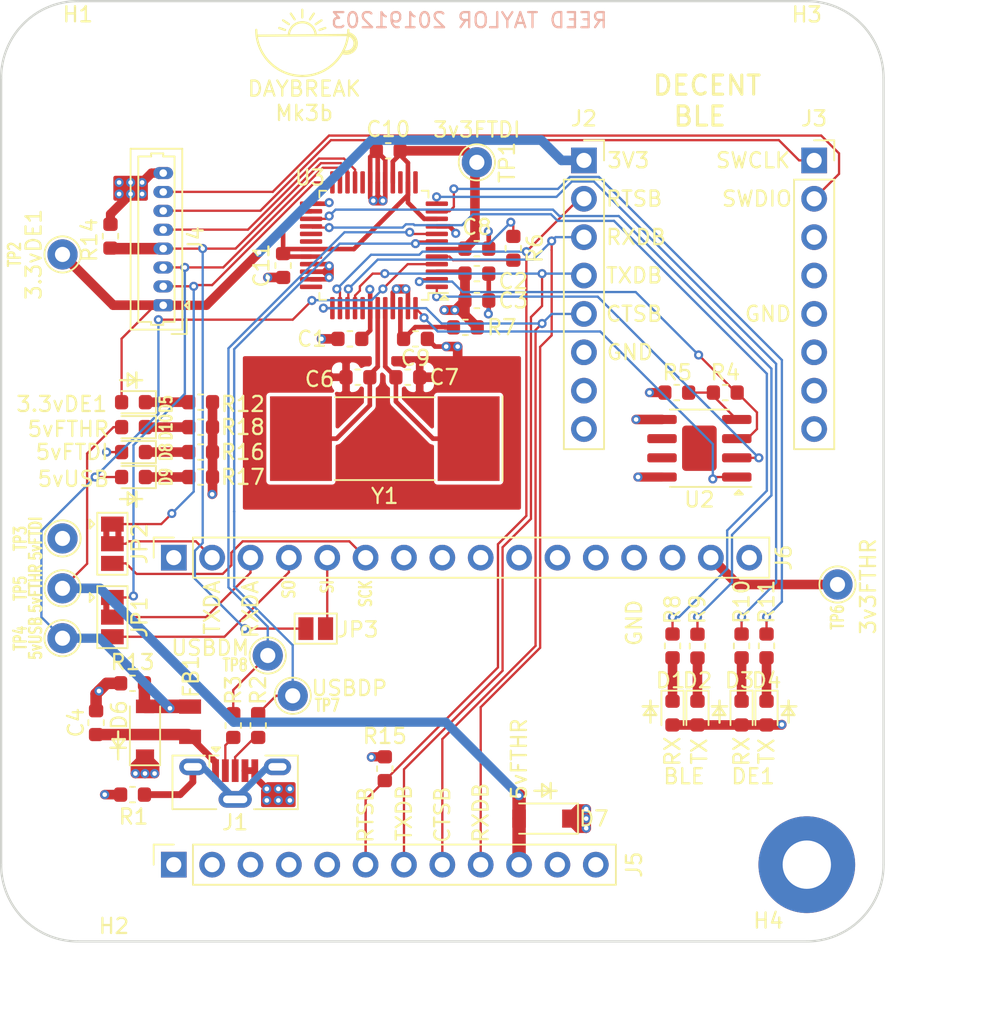
<source format=kicad_pcb>
(kicad_pcb (version 20171130) (host pcbnew "(5.1.4-0-10_14)")
  (layers (0 F.Cu signal) (1 In1.Cu signal) (2 In2.Cu signal) (31 B.Cu signal) (34 B.Paste user) (35 F.Paste user) (36 B.SilkS user) (37 F.SilkS user) (38 B.Mask user) (39 F.Mask user) (44 Edge.Cuts user))
  (net 0 "")
  (net 1 GND)
  (net 2 "Net-(C4-Pad1)")
  (net 3 "Net-(C6-Pad1)")
  (net 4 "Net-(C7-Pad1)")
  (net 5 "Net-(C9-Pad1)")
  (net 6 "Net-(D1-Pad1)")
  (net 7 "Net-(D2-Pad1)")
  (net 8 "Net-(D3-Pad1)")
  (net 9 "Net-(D4-Pad1)")
  (net 10 "Net-(D5-Pad1)")
  (net 11 "Net-(J1-Pad3)")
  (net 12 "Net-(J1-Pad2)")
  (net 13 "Net-(J1-Pad6)")
  (net 14 "Net-(J3-Pad6)")
  (net 15 "Net-(J3-Pad4)")
  (net 16 "Net-(J3-Pad3)")
  (net 17 "Net-(R2-Pad2)")
  (net 18 "Net-(R3-Pad2)")
  (net 19 "Net-(R4-Pad1)")
  (net 20 "Net-(R4-Pad2)")
  (net 21 "Net-(R6-Pad2)")
  (net 22 "Net-(U2-Pad1)")
  (net 23 "Net-(U2-Pad2)")
  (net 24 "Net-(U2-Pad6)")
  (net 25 "Net-(U2-Pad7)")
  (net 26 "Net-(U3-Pad13)")
  (net 27 "Net-(U3-Pad15)")
  (net 28 "Net-(U3-Pad20)")
  (net 29 "Net-(U3-Pad29)")
  (net 30 "Net-(U3-Pad30)")
  (net 31 "Net-(U3-Pad36)")
  (net 32 "Net-(U3-Pad41)")
  (net 33 /CTSB)
  (net 34 /TXDB)
  (net 35 /RXDB)
  (net 36 /RTSB)
  (net 37 /SWDIO)
  (net 38 /SWCLK)
  (net 39 /CTSA)
  (net 40 /TXDA)
  (net 41 /RXDA)
  (net 42 /RTSA)
  (net 43 /RXLEDB)
  (net 44 /TXLEDB)
  (net 45 /RXLEDA)
  (net 46 /TXLEDA)
  (net 47 VCC3V3_FTDI)
  (net 48 "Net-(J5-Pad12)")
  (net 49 "Net-(J5-Pad11)")
  (net 50 "Net-(J5-Pad5)")
  (net 51 "Net-(J5-Pad4)")
  (net 52 "Net-(J5-Pad3)")
  (net 53 "Net-(J5-Pad2)")
  (net 54 "Net-(J5-Pad1)")
  (net 55 "Net-(J6-Pad16)")
  (net 56 "Net-(J6-Pad14)")
  (net 57 "Net-(J6-Pad12)")
  (net 58 "Net-(J6-Pad11)")
  (net 59 "Net-(J6-Pad10)")
  (net 60 "Net-(J6-Pad9)")
  (net 61 "Net-(J6-Pad8)")
  (net 62 "Net-(J6-Pad7)")
  (net 63 VCC5V)
  (net 64 VCC5V_DBUSB)
  (net 65 "Net-(J2-Pad8)")
  (net 66 "Net-(J2-Pad7)")
  (net 67 "Net-(J3-Pad8)")
  (net 68 "Net-(J3-Pad7)")
  (net 69 VCC3V3_DE)
  (net 70 VCC5V_FEAT)
  (net 71 "Net-(D8-Pad1)")
  (net 72 "Net-(D9-Pad1)")
  (net 73 "Net-(D10-Pad1)")
  (net 74 "Net-(J6-Pad15)")
  (net 75 /FSCK)
  (net 76 /FMISO)
  (net 77 /FTXDA)
  (net 78 /FMOSI)
  (net 79 /FRXDA)
  (net 80 "Net-(J6-Pad1)")
  (module Capacitor_SMD:C_0603_1608Metric (layer F.Cu) (at 26.6065 60.452 90)
    (fp_text reference C4 (at 0 -1.3335 90) (layer F.SilkS))
    (fp_text value 10nF)
    (pad 2 smd roundrect (at 0.7875 0 90) (size 0.875 0.95) (layers F.Cu F.Paste F.Mask) (net 1 GND))
    (pad 1 smd roundrect (at -0.7875 0 90) (size 0.875 0.95) (layers F.Cu F.Paste F.Mask) (net 2 "Net-(C4-Pad1)"))
  )
  (module ferrite:INDC2012X110N (layer F.Cu) (at 32.8295 60.3885 90)
    (fp_text reference FB1 (at 2.9845 0.0635 90) (layer F.SilkS))
    (fp_text value Ferrite_Bead)
    (pad 2 smd rect (at 1 0 90) (size 0.95 1.45) (layers F.Cu F.Paste F.Mask) (net 64 VCC5V_DBUSB))
    (pad 1 smd rect (at -1 0 90) (size 0.95 1.45) (layers F.Cu F.Paste F.Mask) (net 2 "Net-(C4-Pad1)"))
  )
  (module Resistor_SMD:R_0603_1608Metric (layer F.Cu) (at 29.0195 57.8485 180)
    (fp_text reference R13 (at 0 1.397) (layer F.SilkS))
    (fp_text value 10K)
    (pad 2 smd roundrect (at 0.7875 0 180) (size 0.875 0.95) (layers F.Cu F.Paste F.Mask) (net 1 GND))
    (pad 1 smd roundrect (at -0.7875 0 180) (size 0.875 0.95) (layers F.Cu F.Paste F.Mask) (net 64 VCC5V_DBUSB))
  )
  (module Resistor_SMD:R_0603_1608Metric (layer F.Cu) (at 35.687 60.6425 90)
    (fp_text reference R3 (at 2.3495 0 90) (layer F.SilkS))
    (fp_text value 27R)
    (pad 2 smd roundrect (at 0.7875 0 90) (size 0.875 0.95) (layers F.Cu F.Paste F.Mask) (net 18 "Net-(R3-Pad2)"))
    (pad 1 smd roundrect (at -0.7875 0 90) (size 0.875 0.95) (layers F.Cu F.Paste F.Mask) (net 12 "Net-(J1-Pad2)"))
  )
  (module Resistor_SMD:R_0603_1608Metric (layer F.Cu) (at 37.338 60.6425 90)
    (fp_text reference R2 (at 2.3495 0 90) (layer F.SilkS))
    (fp_text value 27R)
    (pad 2 smd roundrect (at 0.7875 0 90) (size 0.875 0.95) (layers F.Cu F.Paste F.Mask) (net 17 "Net-(R2-Pad2)"))
    (pad 1 smd roundrect (at -0.7875 0 90) (size 0.875 0.95) (layers F.Cu F.Paste F.Mask) (net 11 "Net-(J1-Pad3)"))
  )
  (module Resistor_SMD:R_0603_1608Metric (layer F.Cu) (at 29.0195 65.2145 180)
    (fp_text reference R1 (at -0.0635 -1.4605 180) (layer F.SilkS))
    (fp_text value 0R)
    (pad 2 smd roundrect (at 0.7875 0 180) (size 0.875 0.95) (layers F.Cu F.Paste F.Mask) (net 1 GND))
    (pad 1 smd roundrect (at -0.7875 0 180) (size 0.875 0.95) (layers F.Cu F.Paste F.Mask) (net 13 "Net-(J1-Pad6)"))
  )
  (module Diode_SMD:D_SOD-123 (layer F.Cu) (at 29.845 61.0235 90)
    (fp_text reference D6 (at 1.0795 -1.7145 270) (layer F.SilkS))
    (fp_text value MBR0520LT)
    (pad 2 smd rect (at 1.65 0 90) (size 0.9 1.2) (layers F.Cu F.Paste F.Mask) (net 64 VCC5V_DBUSB))
    (pad 1 smd rect (at -1.65 0 90) (size 0.9 1.2) (layers F.Cu F.Paste F.Mask) (net 63 VCC5V))
  )
  (module Connector_USB:USB_Micro-B_Molex-105133-0001 (layer F.Cu) (at 35.814 64.4525)
    (fp_text reference J1 (at 0 2.6035 180) (layer F.SilkS))
    (fp_text value USB_B_Micro)
    (pad 6 thru_hole oval (at 0 1.075) (size 2.2 1.1) (drill oval 1.6 0.5) (layers *.Cu *.Mask) (net 13 "Net-(J1-Pad6)"))
    (pad 6 thru_hole oval (at 2.8 -1.075) (size 1.8 1.1) (drill oval 1.2 0.5) (layers *.Cu *.Mask) (net 13 "Net-(J1-Pad6)"))
    (pad 6 thru_hole oval (at -2.8 -1.075) (size 1.8 1.1) (drill oval 1.2 0.5) (layers *.Cu *.Mask) (net 13 "Net-(J1-Pad6)"))
    (pad 1 smd rect (at -1.3 -0.825) (size 0.45 1.5) (layers F.Cu F.Paste F.Mask) (net 2 "Net-(C4-Pad1)"))
    (pad 5 smd rect (at 1.3 -0.825) (size 0.45 1.5) (layers F.Cu F.Paste F.Mask) (net 1 GND))
    (pad 2 smd rect (at -0.65 -0.825) (size 0.45 1.5) (layers F.Cu F.Paste F.Mask) (net 12 "Net-(J1-Pad2)"))
    (pad 4 smd rect (at 0.65 -0.825) (size 0.45 1.5) (layers F.Cu F.Paste F.Mask) (net 1 GND))
    (pad 3 smd rect (at 0 -0.825) (size 0.45 1.5) (layers F.Cu F.Paste F.Mask) (net 11 "Net-(J1-Pad3)"))
  )
  (module Connector_Molex:Molex_PicoBlade_53047-0810_1x08_P1.25mm_Vertical (layer F.Cu) (at 31.0515 32.8295 90)
    (fp_text reference J4 (at 4.3815 2.159 90) (layer F.SilkS))
    (fp_text value DE1_PicoBlade)
    (pad 8 thru_hole oval (at 8.75 0 90) (size 0.8 1.3) (drill 0.5) (layers *.Cu *.Mask) (net 1 GND))
    (pad 7 thru_hole oval (at 7.5 0 90) (size 0.8 1.3) (drill 0.5) (layers *.Cu *.Mask) (net 37 /SWDIO))
    (pad 6 thru_hole oval (at 6.25 0 90) (size 0.8 1.3) (drill 0.5) (layers *.Cu *.Mask) (net 38 /SWCLK))
    (pad 5 thru_hole oval (at 5 0 90) (size 0.8 1.3) (drill 0.5) (layers *.Cu *.Mask) (net 39 /CTSA))
    (pad 4 thru_hole oval (at 3.75 0 90) (size 0.8 1.3) (drill 0.5) (layers *.Cu *.Mask) (net 42 /RTSA))
    (pad 3 thru_hole oval (at 2.5 0 90) (size 0.8 1.3) (drill 0.5) (layers *.Cu *.Mask) (net 41 /RXDA))
    (pad 2 thru_hole oval (at 1.25 0 90) (size 0.8 1.3) (drill 0.5) (layers *.Cu *.Mask) (net 40 /TXDA))
    (pad 1 thru_hole roundrect (at 0 0 90) (size 0.8 1.3) (drill 0.5) (layers *.Cu *.Mask) (net 69 VCC3V3_DE))
  )
  (module Connector_PinSocket_2.54mm:PinSocket_1x12_P2.54mm_Vertical (layer F.Cu) (at 31.75 69.85 90)
    (fp_text reference J5 (at 0 30.48 90) (layer F.SilkS))
    (fp_text value Conn_01x12)
    (pad 12 thru_hole oval (at 0 27.94 90) (size 1.7 1.7) (drill 1) (layers *.Cu *.Mask) (net 48 "Net-(J5-Pad12)"))
    (pad 11 thru_hole oval (at 0 25.4 90) (size 1.7 1.7) (drill 1) (layers *.Cu *.Mask) (net 49 "Net-(J5-Pad11)"))
    (pad 10 thru_hole oval (at 0 22.86 90) (size 1.7 1.7) (drill 1) (layers *.Cu *.Mask) (net 70 VCC5V_FEAT))
    (pad 9 thru_hole oval (at 0 20.32 90) (size 1.7 1.7) (drill 1) (layers *.Cu *.Mask) (net 35 /RXDB))
    (pad 8 thru_hole oval (at 0 17.78 90) (size 1.7 1.7) (drill 1) (layers *.Cu *.Mask) (net 33 /CTSB))
    (pad 7 thru_hole oval (at 0 15.24 90) (size 1.7 1.7) (drill 1) (layers *.Cu *.Mask) (net 34 /TXDB))
    (pad 6 thru_hole oval (at 0 12.7 90) (size 1.7 1.7) (drill 1) (layers *.Cu *.Mask) (net 36 /RTSB))
    (pad 5 thru_hole oval (at 0 10.16 90) (size 1.7 1.7) (drill 1) (layers *.Cu *.Mask) (net 50 "Net-(J5-Pad5)"))
    (pad 4 thru_hole oval (at 0 7.62 90) (size 1.7 1.7) (drill 1) (layers *.Cu *.Mask) (net 51 "Net-(J5-Pad4)"))
    (pad 3 thru_hole oval (at 0 5.08 90) (size 1.7 1.7) (drill 1) (layers *.Cu *.Mask) (net 52 "Net-(J5-Pad3)"))
    (pad 2 thru_hole oval (at 0 2.54 90) (size 1.7 1.7) (drill 1) (layers *.Cu *.Mask) (net 53 "Net-(J5-Pad2)"))
    (pad 1 thru_hole rect (at 0 0 90) (size 1.7 1.7) (drill 1) (layers *.Cu *.Mask) (net 54 "Net-(J5-Pad1)"))
  )
  (module Connector_PinSocket_2.54mm:PinSocket_1x16_P2.54mm_Vertical (layer F.Cu) (at 31.75 49.53 90)
    (fp_text reference J6 (at 0 40.386 90) (layer F.SilkS))
    (fp_text value Conn_01x16)
    (pad 16 thru_hole oval (at 0 38.1 90) (size 1.7 1.7) (drill 1) (layers *.Cu *.Mask) (net 55 "Net-(J6-Pad16)"))
    (pad 15 thru_hole oval (at 0 35.56 90) (size 1.7 1.7) (drill 1) (layers *.Cu *.Mask) (net 74 "Net-(J6-Pad15)"))
    (pad 14 thru_hole oval (at 0 33.02 90) (size 1.7 1.7) (drill 1) (layers *.Cu *.Mask) (net 56 "Net-(J6-Pad14)"))
    (pad 13 thru_hole oval (at 0 30.48 90) (size 1.7 1.7) (drill 1) (layers *.Cu *.Mask) (net 1 GND))
    (pad 12 thru_hole oval (at 0 27.94 90) (size 1.7 1.7) (drill 1) (layers *.Cu *.Mask) (net 57 "Net-(J6-Pad12)"))
    (pad 11 thru_hole oval (at 0 25.4 90) (size 1.7 1.7) (drill 1) (layers *.Cu *.Mask) (net 58 "Net-(J6-Pad11)"))
    (pad 10 thru_hole oval (at 0 22.86 90) (size 1.7 1.7) (drill 1) (layers *.Cu *.Mask) (net 59 "Net-(J6-Pad10)"))
    (pad 9 thru_hole oval (at 0 20.32 90) (size 1.7 1.7) (drill 1) (layers *.Cu *.Mask) (net 60 "Net-(J6-Pad9)"))
    (pad 8 thru_hole oval (at 0 17.78 90) (size 1.7 1.7) (drill 1) (layers *.Cu *.Mask) (net 61 "Net-(J6-Pad8)"))
    (pad 7 thru_hole oval (at 0 15.24 90) (size 1.7 1.7) (drill 1) (layers *.Cu *.Mask) (net 62 "Net-(J6-Pad7)"))
    (pad 6 thru_hole oval (at 0 12.7 90) (size 1.7 1.7) (drill 1) (layers *.Cu *.Mask) (net 75 /FSCK))
    (pad 5 thru_hole oval (at 0 10.16 90) (size 1.7 1.7) (drill 1) (layers *.Cu *.Mask) (net 78 /FMOSI))
    (pad 4 thru_hole oval (at 0 7.62 90) (size 1.7 1.7) (drill 1) (layers *.Cu *.Mask) (net 76 /FMISO))
    (pad 3 thru_hole oval (at 0 5.08 90) (size 1.7 1.7) (drill 1) (layers *.Cu *.Mask) (net 79 /FRXDA))
    (pad 2 thru_hole oval (at 0 2.54 90) (size 1.7 1.7) (drill 1) (layers *.Cu *.Mask) (net 77 /FTXDA))
    (pad 1 thru_hole rect (at 0 0 90) (size 1.7 1.7) (drill 1) (layers *.Cu *.Mask) (net 80 "Net-(J6-Pad1)"))
  )
  (module Connector_PinSocket_2.54mm:PinSocket_1x08_P2.54mm_Vertical (layer F.Cu) (at 74.146 23.241)
    (fp_text reference J3 (at 0 -2.77) (layer F.SilkS))
    (fp_text value BLE_R)
    (pad 8 thru_hole oval (at 0 17.78) (size 1.7 1.7) (drill 1) (layers *.Cu *.Mask) (net 67 "Net-(J3-Pad8)"))
    (pad 7 thru_hole oval (at 0 15.24) (size 1.7 1.7) (drill 1) (layers *.Cu *.Mask) (net 68 "Net-(J3-Pad7)"))
    (pad 6 thru_hole oval (at 0 12.7) (size 1.7 1.7) (drill 1) (layers *.Cu *.Mask) (net 14 "Net-(J3-Pad6)"))
    (pad 5 thru_hole oval (at 0 10.16) (size 1.7 1.7) (drill 1) (layers *.Cu *.Mask) (net 1 GND))
    (pad 4 thru_hole oval (at 0 7.62) (size 1.7 1.7) (drill 1) (layers *.Cu *.Mask) (net 15 "Net-(J3-Pad4)"))
    (pad 3 thru_hole oval (at 0 5.08) (size 1.7 1.7) (drill 1) (layers *.Cu *.Mask) (net 16 "Net-(J3-Pad3)"))
    (pad 2 thru_hole oval (at 0 2.54) (size 1.7 1.7) (drill 1) (layers *.Cu *.Mask) (net 37 /SWDIO))
    (pad 1 thru_hole rect (at 0 0) (size 1.7 1.7) (drill 1) (layers *.Cu *.Mask) (net 38 /SWCLK))
  )
  (module Connector_PinSocket_2.54mm:PinSocket_1x08_P2.54mm_Vertical (layer F.Cu) (at 58.906 23.241)
    (fp_text reference J2 (at 0 -2.77) (layer F.SilkS))
    (fp_text value BLE_L)
    (pad 8 thru_hole oval (at 0 17.78) (size 1.7 1.7) (drill 1) (layers *.Cu *.Mask) (net 65 "Net-(J2-Pad8)"))
    (pad 7 thru_hole oval (at 0 15.24) (size 1.7 1.7) (drill 1) (layers *.Cu *.Mask) (net 66 "Net-(J2-Pad7)"))
    (pad 6 thru_hole oval (at 0 12.7) (size 1.7 1.7) (drill 1) (layers *.Cu *.Mask) (net 1 GND))
    (pad 5 thru_hole oval (at 0 10.16) (size 1.7 1.7) (drill 1) (layers *.Cu *.Mask) (net 33 /CTSB))
    (pad 4 thru_hole oval (at 0 7.62) (size 1.7 1.7) (drill 1) (layers *.Cu *.Mask) (net 34 /TXDB))
    (pad 3 thru_hole oval (at 0 5.08) (size 1.7 1.7) (drill 1) (layers *.Cu *.Mask) (net 35 /RXDB))
    (pad 2 thru_hole oval (at 0 2.54) (size 1.7 1.7) (drill 1) (layers *.Cu *.Mask) (net 36 /RTSB))
    (pad 1 thru_hole rect (at 0 0) (size 1.7 1.7) (drill 1) (layers *.Cu *.Mask) (net 69 VCC3V3_DE))
  )
  (module Jumper:SolderJumper-3_P1.3mm_Bridged2Bar12_Pad1.0x1.5mm (layer F.Cu) (at 27.686 53.467 270)
    (fp_text reference JP1 (at 0 -1.8 90) (layer F.SilkS))
    (fp_text value Jumper_3_Bridged12)
    (fp_poly (pts (xy -0.9 0.2) (xy -0.4 0.2) (xy -0.4 0.6) (xy -0.9 0.6)) (layer F.Cu) (width 0))
    (fp_poly (pts (xy -0.9 -0.6) (xy -0.4 -0.6) (xy -0.4 -0.2) (xy -0.9 -0.2)) (layer F.Cu) (width 0))
    (pad 2 smd rect (at 0 0 270) (size 1 1.5) (layers F.Cu F.Mask) (net 79 /FRXDA))
    (pad 3 smd rect (at 1.3 0 270) (size 1 1.5) (layers F.Cu F.Mask) (net 76 /FMISO))
    (pad 1 smd rect (at -1.3 0 270) (size 1 1.5) (layers F.Cu F.Mask) (net 41 /RXDA))
  )
  (module TestPoint:TestPoint_THTPad_D2.0mm_Drill1.0mm (layer F.Cu) (at 24.384 54.864 90)
    (fp_text reference TP4 (at 0 -2.794 270) (layer F.SilkS) (effects (font (size 0.8 0.6))))
    (fp_text value TestPoint)
    (pad 1 thru_hole circle (at 0 0 90) (size 2 2) (drill 1) (layers *.Cu *.Mask) (net 64 VCC5V_DBUSB))
  )
  (module TestPoint:TestPoint_THTPad_D2.0mm_Drill1.0mm (layer F.Cu) (at 37.973 56.007 180)
    (fp_text reference TP8 (at 2.159 -0.635 180) (layer F.SilkS) (effects (font (size 0.8 0.6))))
    (fp_text value TestPoint)
    (pad 1 thru_hole circle (at 0 0 180) (size 2 2) (drill 1) (layers *.Cu *.Mask) (net 18 "Net-(R3-Pad2)"))
  )
  (module Jumper:SolderJumper-2_P1.3mm_Open_Pad1.0x1.5mm (layer F.Cu) (at 41.148 54.229)
    (fp_text reference JP3 (at 2.794 0.0635) (layer F.SilkS))
    (fp_text value Jumper_2_Open)
    (pad 1 smd rect (at -0.65 0) (size 1 1.5) (layers F.Cu F.Mask) (net 42 /RTSA))
    (pad 2 smd rect (at 0.65 0) (size 1 1.5) (layers F.Cu F.Mask) (net 78 /FMOSI))
  )
  (module Jumper:SolderJumper-3_P1.3mm_Bridged2Bar12_Pad1.0x1.5mm (layer F.Cu) (at 27.686 48.611 270)
    (fp_text reference JP2 (at 0 -1.8 90) (layer F.SilkS))
    (fp_text value Jumper_3_Bridged12)
    (fp_poly (pts (xy -0.9 0.2) (xy -0.4 0.2) (xy -0.4 0.6) (xy -0.9 0.6)) (layer F.Cu) (width 0))
    (fp_poly (pts (xy -0.9 -0.6) (xy -0.4 -0.6) (xy -0.4 -0.2) (xy -0.9 -0.2)) (layer F.Cu) (width 0))
    (pad 2 smd rect (at 0 0 270) (size 1 1.5) (layers F.Cu F.Mask) (net 77 /FTXDA))
    (pad 3 smd rect (at 1.3 0 270) (size 1 1.5) (layers F.Cu F.Mask) (net 75 /FSCK))
    (pad 1 smd rect (at -1.3 0 270) (size 1 1.5) (layers F.Cu F.Mask) (net 40 /TXDA))
  )
  (module MountingHole:MountingHole_3.2mm_M3_Pad (layer F.Cu) (at 73.66 69.85)
    (fp_text reference H4 (at -2.54 3.7084) (layer F.SilkS))
    (fp_text value MountingHole_Pad)
    (pad 1 thru_hole circle (at 0 0) (size 6.4 6.4) (drill 3.2) (layers *.Cu *.Mask) (net 1 GND))
  )
  (module MountingHole:MountingHole_3.2mm_M3 (layer F.Cu) (at 73.66 17.78 180)
    (fp_text reference H3 (at 0 4.191) (layer F.SilkS))
    (fp_text value MountingHole)
    (pad 1 np_thru_hole circle (at 0 0 180) (size 3.2 3.2) (drill 3.2) (layers *.Cu *.Mask))
  )
  (module MountingHole:MountingHole_3.2mm_M3 (layer F.Cu) (at 25.4 69.85)
    (fp_text reference H2 (at 2.3876 4.064) (layer F.SilkS))
    (fp_text value MountingHole)
    (pad 1 np_thru_hole circle (at 0 0) (size 3.2 3.2) (drill 3.2) (layers *.Cu *.Mask))
  )
  (module MountingHole:MountingHole_3.2mm_M3 (layer F.Cu) (at 25.4 17.78)
    (fp_text reference H1 (at 0 -4.2) (layer F.SilkS))
    (fp_text value MountingHole)
    (pad 1 np_thru_hole circle (at 0 0) (size 3.2 3.2) (drill 3.2) (layers *.Cu *.Mask))
  )
  (module Package_QFP:LQFP-48_7x7mm_P0.5mm (layer F.Cu) (at 45.002 28.8575 180)
    (fp_text reference U3 (at 4.235 4.4735) (layer F.SilkS))
    (fp_text value FT2232D)
    (pad 48 smd roundrect (at -2.75 -4.1625 180) (size 0.3 1.475) (layers F.Cu F.Paste F.Mask) (net 22 "Net-(U2-Pad1)"))
    (pad 47 smd roundrect (at -2.25 -4.1625 180) (size 0.3 1.475) (layers F.Cu F.Paste F.Mask) (net 1 GND))
    (pad 46 smd roundrect (at -1.75 -4.1625 180) (size 0.3 1.475) (layers F.Cu F.Paste F.Mask) (net 5 "Net-(C9-Pad1)"))
    (pad 45 smd roundrect (at -1.25 -4.1625 180) (size 0.3 1.475) (layers F.Cu F.Paste F.Mask) (net 1 GND))
    (pad 44 smd roundrect (at -0.75 -4.1625 180) (size 0.3 1.475) (layers F.Cu F.Paste F.Mask) (net 4 "Net-(C7-Pad1)"))
    (pad 43 smd roundrect (at -0.25 -4.1625 180) (size 0.3 1.475) (layers F.Cu F.Paste F.Mask) (net 3 "Net-(C6-Pad1)"))
    (pad 42 smd roundrect (at 0.25 -4.1625 180) (size 0.3 1.475) (layers F.Cu F.Paste F.Mask) (net 63 VCC5V))
    (pad 41 smd roundrect (at 0.75 -4.1625 180) (size 0.3 1.475) (layers F.Cu F.Paste F.Mask) (net 32 "Net-(U3-Pad41)"))
    (pad 40 smd roundrect (at 1.25 -4.1625 180) (size 0.3 1.475) (layers F.Cu F.Paste F.Mask) (net 34 /TXDB))
    (pad 39 smd roundrect (at 1.75 -4.1625 180) (size 0.3 1.475) (layers F.Cu F.Paste F.Mask) (net 35 /RXDB))
    (pad 38 smd roundrect (at 2.25 -4.1625 180) (size 0.3 1.475) (layers F.Cu F.Paste F.Mask) (net 36 /RTSB))
    (pad 37 smd roundrect (at 2.75 -4.1625 180) (size 0.3 1.475) (layers F.Cu F.Paste F.Mask) (net 33 /CTSB))
    (pad 36 smd roundrect (at 4.1625 -2.75 180) (size 1.475 0.3) (layers F.Cu F.Paste F.Mask) (net 31 "Net-(U3-Pad36)"))
    (pad 35 smd roundrect (at 4.1625 -2.25 180) (size 1.475 0.3) (layers F.Cu F.Paste F.Mask) (net 1 GND))
    (pad 34 smd roundrect (at 4.1625 -1.75 180) (size 1.475 0.3) (layers F.Cu F.Paste F.Mask) (net 1 GND))
    (pad 33 smd roundrect (at 4.1625 -1.25 180) (size 1.475 0.3) (layers F.Cu F.Paste F.Mask) (net 1 GND))
    (pad 32 smd roundrect (at 4.1625 -0.75 180) (size 1.475 0.3) (layers F.Cu F.Paste F.Mask) (net 47 VCC3V3_FTDI))
    (pad 31 smd roundrect (at 4.1625 -0.25 180) (size 1.475 0.3) (layers F.Cu F.Paste F.Mask) (net 47 VCC3V3_FTDI))
    (pad 30 smd roundrect (at 4.1625 0.25 180) (size 1.475 0.3) (layers F.Cu F.Paste F.Mask) (net 30 "Net-(U3-Pad30)"))
    (pad 29 smd roundrect (at 4.1625 0.75 180) (size 1.475 0.3) (layers F.Cu F.Paste F.Mask) (net 29 "Net-(U3-Pad29)"))
    (pad 28 smd roundrect (at 4.1625 1.25 180) (size 1.475 0.3) (layers F.Cu F.Paste F.Mask) (net 43 /RXLEDB))
    (pad 27 smd roundrect (at 4.1625 1.75 180) (size 1.475 0.3) (layers F.Cu F.Paste F.Mask) (net 44 /TXLEDB))
    (pad 26 smd roundrect (at 4.1625 2.25 180) (size 1.475 0.3) (layers F.Cu F.Paste F.Mask) (net 47 VCC3V3_FTDI))
    (pad 25 smd roundrect (at 4.1625 2.75 180) (size 1.475 0.3) (layers F.Cu F.Paste F.Mask) (net 1 GND))
    (pad 24 smd roundrect (at 2.75 4.1625 180) (size 0.3 1.475) (layers F.Cu F.Paste F.Mask) (net 40 /TXDA))
    (pad 23 smd roundrect (at 2.25 4.1625 180) (size 0.3 1.475) (layers F.Cu F.Paste F.Mask) (net 41 /RXDA))
    (pad 22 smd roundrect (at 1.75 4.1625 180) (size 0.3 1.475) (layers F.Cu F.Paste F.Mask) (net 42 /RTSA))
    (pad 21 smd roundrect (at 1.25 4.1625 180) (size 0.3 1.475) (layers F.Cu F.Paste F.Mask) (net 39 /CTSA))
    (pad 20 smd roundrect (at 0.75 4.1625 180) (size 0.3 1.475) (layers F.Cu F.Paste F.Mask) (net 28 "Net-(U3-Pad20)"))
    (pad 19 smd roundrect (at 0.25 4.1625 180) (size 0.3 1.475) (layers F.Cu F.Paste F.Mask) (net 1 GND))
    (pad 18 smd roundrect (at -0.25 4.1625 180) (size 0.3 1.475) (layers F.Cu F.Paste F.Mask) (net 1 GND))
    (pad 17 smd roundrect (at -0.75 4.1625 180) (size 0.3 1.475) (layers F.Cu F.Paste F.Mask) (net 1 GND))
    (pad 16 smd roundrect (at -1.25 4.1625 180) (size 0.3 1.475) (layers F.Cu F.Paste F.Mask) (net 47 VCC3V3_FTDI))
    (pad 15 smd roundrect (at -1.75 4.1625 180) (size 0.3 1.475) (layers F.Cu F.Paste F.Mask) (net 27 "Net-(U3-Pad15)"))
    (pad 14 smd roundrect (at -2.25 4.1625 180) (size 0.3 1.475) (layers F.Cu F.Paste F.Mask) (net 47 VCC3V3_FTDI))
    (pad 13 smd roundrect (at -2.75 4.1625 180) (size 0.3 1.475) (layers F.Cu F.Paste F.Mask) (net 26 "Net-(U3-Pad13)"))
    (pad 12 smd roundrect (at -4.1625 2.75 180) (size 1.475 0.3) (layers F.Cu F.Paste F.Mask) (net 45 /RXLEDA))
    (pad 11 smd roundrect (at -4.1625 2.25 180) (size 1.475 0.3) (layers F.Cu F.Paste F.Mask) (net 46 /TXLEDA))
    (pad 10 smd roundrect (at -4.1625 1.75 180) (size 1.475 0.3) (layers F.Cu F.Paste F.Mask) (net 47 VCC3V3_FTDI))
    (pad 9 smd roundrect (at -4.1625 1.25 180) (size 1.475 0.3) (layers F.Cu F.Paste F.Mask) (net 1 GND))
    (pad 8 smd roundrect (at -4.1625 0.75 180) (size 1.475 0.3) (layers F.Cu F.Paste F.Mask) (net 18 "Net-(R3-Pad2)"))
    (pad 7 smd roundrect (at -4.1625 0.25 180) (size 1.475 0.3) (layers F.Cu F.Paste F.Mask) (net 17 "Net-(R2-Pad2)"))
    (pad 6 smd roundrect (at -4.1625 -0.25 180) (size 1.475 0.3) (layers F.Cu F.Paste F.Mask) (net 47 VCC3V3_FTDI))
    (pad 5 smd roundrect (at -4.1625 -0.75 180) (size 1.475 0.3) (layers F.Cu F.Paste F.Mask) (net 21 "Net-(R6-Pad2)"))
    (pad 4 smd roundrect (at -4.1625 -1.25 180) (size 1.475 0.3) (layers F.Cu F.Paste F.Mask) (net 64 VCC5V_DBUSB))
    (pad 3 smd roundrect (at -4.1625 -1.75 180) (size 1.475 0.3) (layers F.Cu F.Paste F.Mask) (net 63 VCC5V))
    (pad 2 smd roundrect (at -4.1625 -2.25 180) (size 1.475 0.3) (layers F.Cu F.Paste F.Mask) (net 19 "Net-(R4-Pad1)"))
    (pad 1 smd roundrect (at -4.1625 -2.75 180) (size 1.475 0.3) (layers F.Cu F.Paste F.Mask) (net 23 "Net-(U2-Pad2)"))
  )
  (module Crystal:Crystal_SMD_SeikoEpson_MA505-2Pin_12.7x5.1mm (layer F.Cu) (at 45.72 41.656 180)
    (fp_text reference Y1 (at 0 -3.8) (layer F.SilkS))
    (fp_text value 6MHz)
    (pad 2 smd rect (at 5.55 0 180) (size 4.1 5.6) (layers F.Cu F.Paste F.Mask) (net 3 "Net-(C6-Pad1)"))
    (pad 1 smd rect (at -5.55 0 180) (size 4.1 5.6) (layers F.Cu F.Paste F.Mask) (net 4 "Net-(C7-Pad1)"))
  )
  (module Package_SO:SOIC-8-1EP_3.9x4.9mm_P1.27mm_EP2.29x3mm (layer F.Cu) (at 66.548 42.291 180)
    (fp_text reference U2 (at 0 -3.4) (layer F.SilkS))
    (fp_text value 93LC46B)
    (pad 8 smd roundrect (at 2.475 -1.905 180) (size 1.95 0.6) (layers F.Cu F.Paste F.Mask) (net 63 VCC5V))
    (pad 7 smd roundrect (at 2.475 -0.635 180) (size 1.95 0.6) (layers F.Cu F.Paste F.Mask) (net 25 "Net-(U2-Pad7)"))
    (pad 6 smd roundrect (at 2.475 0.635 180) (size 1.95 0.6) (layers F.Cu F.Paste F.Mask) (net 24 "Net-(U2-Pad6)"))
    (pad 5 smd roundrect (at 2.475 1.905 180) (size 1.95 0.6) (layers F.Cu F.Paste F.Mask) (net 1 GND))
    (pad 4 smd roundrect (at -2.475 1.905 180) (size 1.95 0.6) (layers F.Cu F.Paste F.Mask) (net 20 "Net-(R4-Pad2)"))
    (pad 3 smd roundrect (at -2.475 0.635 180) (size 1.95 0.6) (layers F.Cu F.Paste F.Mask) (net 19 "Net-(R4-Pad1)"))
    (pad 2 smd roundrect (at -2.475 -0.635 180) (size 1.95 0.6) (layers F.Cu F.Paste F.Mask) (net 23 "Net-(U2-Pad2)"))
    (pad 1 smd roundrect (at -2.475 -1.905 180) (size 1.95 0.6) (layers F.Cu F.Paste F.Mask) (net 22 "Net-(U2-Pad1)"))
    (pad 9 smd roundrect (at 0 0 180) (size 2.29 3) (layers F.Cu F.Mask) (roundrect_rratio 0.10917))
  )
  (module TestPoint:TestPoint_THTPad_D2.0mm_Drill1.0mm (layer F.Cu) (at 39.624 58.674)
    (fp_text reference TP7 (at 2.286 0.635 180) (layer F.SilkS) (effects (font (size 0.8 0.6))))
    (fp_text value TestPoint)
    (pad 1 thru_hole circle (at 0 0) (size 2 2) (drill 1) (layers *.Cu *.Mask) (net 17 "Net-(R2-Pad2)"))
  )
  (module TestPoint:TestPoint_THTPad_D2.0mm_Drill1.0mm (layer F.Cu) (at 75.692 51.308 270)
    (fp_text reference TP6 (at 2.159 0 90) (layer F.SilkS) (effects (font (size 0.8 0.6))))
    (fp_text value TestPoint)
    (pad 1 thru_hole circle (at 0 0 270) (size 2 2) (drill 1) (layers *.Cu *.Mask) (net 74 "Net-(J6-Pad15)"))
  )
  (module TestPoint:TestPoint_THTPad_D2.0mm_Drill1.0mm (layer F.Cu) (at 24.384 51.562 90)
    (fp_text reference TP5 (at 0 -2.794 270) (layer F.SilkS) (effects (font (size 0.8 0.6))))
    (fp_text value TestPoint)
    (pad 1 thru_hole circle (at 0 0 90) (size 2 2) (drill 1) (layers *.Cu *.Mask) (net 70 VCC5V_FEAT))
  )
  (module TestPoint:TestPoint_THTPad_D2.0mm_Drill1.0mm (layer F.Cu) (at 24.384 48.26 90)
    (fp_text reference TP3 (at 0 -2.794 270) (layer F.SilkS) (effects (font (size 0.8 0.6))))
    (fp_text value TestPoint)
    (pad 1 thru_hole circle (at 0 0 90) (size 2 2) (drill 1) (layers *.Cu *.Mask) (net 63 VCC5V))
  )
  (module TestPoint:TestPoint_THTPad_D2.0mm_Drill1.0mm (layer F.Cu) (at 24.384 29.464 270)
    (fp_text reference TP2 (at 0 3.175 270) (layer F.SilkS) (effects (font (size 0.8 0.6))))
    (fp_text value TestPoint)
    (pad 1 thru_hole circle (at 0 0 270) (size 2 2) (drill 1) (layers *.Cu *.Mask) (net 69 VCC3V3_DE))
  )
  (module TestPoint:TestPoint_THTPad_D2.0mm_Drill1.0mm (layer F.Cu) (at 51.816 23.368 270)
    (fp_text reference TP1 (at 0 -1.998 90) (layer F.SilkS))
    (fp_text value TestPoint)
    (pad 1 thru_hole circle (at 0 0 270) (size 2 2) (drill 1) (layers *.Cu *.Mask) (net 47 VCC3V3_FTDI))
  )
  (module Resistor_SMD:R_0603_1608Metric (layer F.Cu) (at 33.528 40.894)
    (fp_text reference R18 (at 2.794 0 180) (layer F.SilkS))
    (fp_text value 220R)
    (pad 2 smd roundrect (at 0.7875 0) (size 0.875 0.95) (layers F.Cu F.Paste F.Mask) (net 1 GND))
    (pad 1 smd roundrect (at -0.7875 0) (size 0.875 0.95) (layers F.Cu F.Paste F.Mask) (net 73 "Net-(D10-Pad1)"))
  )
  (module Resistor_SMD:R_0603_1608Metric (layer F.Cu) (at 33.528 44.196)
    (fp_text reference R17 (at 2.794 0) (layer F.SilkS))
    (fp_text value 220R)
    (pad 2 smd roundrect (at 0.7875 0) (size 0.875 0.95) (layers F.Cu F.Paste F.Mask) (net 1 GND))
    (pad 1 smd roundrect (at -0.7875 0) (size 0.875 0.95) (layers F.Cu F.Paste F.Mask) (net 72 "Net-(D9-Pad1)"))
  )
  (module Resistor_SMD:R_0603_1608Metric (layer F.Cu) (at 33.528 42.545)
    (fp_text reference R16 (at 2.794 0 180) (layer F.SilkS))
    (fp_text value 220R)
    (pad 2 smd roundrect (at 0.7875 0) (size 0.875 0.95) (layers F.Cu F.Paste F.Mask) (net 1 GND))
    (pad 1 smd roundrect (at -0.7875 0) (size 0.875 0.95) (layers F.Cu F.Paste F.Mask) (net 71 "Net-(D8-Pad1)"))
  )
  (module Resistor_SMD:R_0603_1608Metric (layer F.Cu) (at 45.72 63.5 270)
    (fp_text reference R15 (at -2.159 0) (layer F.SilkS))
    (fp_text value 10K)
    (pad 1 smd roundrect (at -0.7875 0 270) (size 0.875 0.95) (layers F.Cu F.Paste F.Mask) (net 1 GND))
    (pad 2 smd roundrect (at 0.7875 0 270) (size 0.875 0.95) (layers F.Cu F.Paste F.Mask) (net 36 /RTSB))
  )
  (module Resistor_SMD:R_0603_1608Metric (layer F.Cu) (at 27.559 28.2575 270)
    (fp_text reference R14 (at 0.254 1.397 270) (layer F.SilkS))
    (fp_text value 10K)
    (pad 2 smd roundrect (at 0.7875 0 270) (size 0.875 0.95) (layers F.Cu F.Paste F.Mask) (net 42 /RTSA))
    (pad 1 smd roundrect (at -0.7875 0 270) (size 0.875 0.95) (layers F.Cu F.Paste F.Mask) (net 1 GND))
  )
  (module Resistor_SMD:R_0603_1608Metric (layer F.Cu) (at 33.528 39.243)
    (fp_text reference R12 (at 2.794 0.127 180) (layer F.SilkS))
    (fp_text value 220R)
    (pad 2 smd roundrect (at 0.7875 0) (size 0.875 0.95) (layers F.Cu F.Paste F.Mask) (net 1 GND))
    (pad 1 smd roundrect (at -0.7875 0) (size 0.875 0.95) (layers F.Cu F.Paste F.Mask) (net 10 "Net-(D5-Pad1)"))
  )
  (module Resistor_SMD:R_0603_1608Metric (layer F.Cu) (at 70.993 55.372 90)
    (fp_text reference R11 (at 2.921 0 90) (layer F.SilkS))
    (fp_text value 220R)
    (pad 2 smd roundrect (at 0.7875 0 90) (size 0.875 0.95) (layers F.Cu F.Paste F.Mask) (net 46 /TXLEDA))
    (pad 1 smd roundrect (at -0.7875 0 90) (size 0.875 0.95) (layers F.Cu F.Paste F.Mask) (net 9 "Net-(D4-Pad1)"))
  )
  (module Resistor_SMD:R_0603_1608Metric (layer F.Cu) (at 69.342 55.372 90)
    (fp_text reference R10 (at 2.921 0 90) (layer F.SilkS))
    (fp_text value 220R)
    (pad 2 smd roundrect (at 0.7875 0 90) (size 0.875 0.95) (layers F.Cu F.Paste F.Mask) (net 45 /RXLEDA))
    (pad 1 smd roundrect (at -0.7875 0 90) (size 0.875 0.95) (layers F.Cu F.Paste F.Mask) (net 8 "Net-(D3-Pad1)"))
  )
  (module Resistor_SMD:R_0603_1608Metric (layer F.Cu) (at 66.421 55.386 90)
    (fp_text reference R9 (at 2.427 0 270) (layer F.SilkS))
    (fp_text value 220R)
    (pad 2 smd roundrect (at 0.7875 0 90) (size 0.875 0.95) (layers F.Cu F.Paste F.Mask) (net 44 /TXLEDB))
    (pad 1 smd roundrect (at -0.7875 0 90) (size 0.875 0.95) (layers F.Cu F.Paste F.Mask) (net 7 "Net-(D2-Pad1)"))
  )
  (module Resistor_SMD:R_0603_1608Metric (layer F.Cu) (at 64.77 55.372 90)
    (fp_text reference R8 (at 2.413 0 270) (layer F.SilkS))
    (fp_text value 220R)
    (pad 2 smd roundrect (at 0.7875 0 90) (size 0.875 0.95) (layers F.Cu F.Paste F.Mask) (net 43 /RXLEDB))
    (pad 1 smd roundrect (at -0.7875 0 90) (size 0.875 0.95) (layers F.Cu F.Paste F.Mask) (net 6 "Net-(D1-Pad1)"))
  )
  (module Resistor_SMD:R_0603_1608Metric (layer F.Cu) (at 51.054 34.29 180)
    (fp_text reference R7 (at -2.413 0) (layer F.SilkS))
    (fp_text value 470R)
    (pad 2 smd roundrect (at 0.7875 0 180) (size 0.875 0.95) (layers F.Cu F.Paste F.Mask) (net 5 "Net-(C9-Pad1)"))
    (pad 1 smd roundrect (at -0.7875 0 180) (size 0.875 0.95) (layers F.Cu F.Paste F.Mask) (net 63 VCC5V))
  )
  (module Resistor_SMD:R_0603_1608Metric (layer F.Cu) (at 54.229 29.0575 270)
    (fp_text reference R6 (at 0 -1.43 90) (layer F.SilkS))
    (fp_text value 1K5)
    (pad 2 smd roundrect (at 0.7875 0 270) (size 0.875 0.95) (layers F.Cu F.Paste F.Mask) (net 21 "Net-(R6-Pad2)"))
    (pad 1 smd roundrect (at -0.7875 0 270) (size 0.875 0.95) (layers F.Cu F.Paste F.Mask) (net 17 "Net-(R2-Pad2)"))
  )
  (module Resistor_SMD:R_0603_1608Metric (layer F.Cu) (at 65.0495 38.608 180)
    (fp_text reference R5 (at -0.038 1.3335 180) (layer F.SilkS))
    (fp_text value 10K)
    (pad 2 smd roundrect (at 0.7875 0 180) (size 0.875 0.95) (layers F.Cu F.Paste F.Mask) (net 63 VCC5V))
    (pad 1 smd roundrect (at -0.7875 0 180) (size 0.875 0.95) (layers F.Cu F.Paste F.Mask) (net 20 "Net-(R4-Pad2)"))
  )
  (module Resistor_SMD:R_0603_1608Metric (layer F.Cu) (at 68.2625 38.608 180)
    (fp_text reference R4 (at 0 1.3335 180) (layer F.SilkS))
    (fp_text value 2K2)
    (pad 2 smd roundrect (at 0.7875 0 180) (size 0.875 0.95) (layers F.Cu F.Paste F.Mask) (net 20 "Net-(R4-Pad2)"))
    (pad 1 smd roundrect (at -0.7875 0 180) (size 0.875 0.95) (layers F.Cu F.Paste F.Mask) (net 19 "Net-(R4-Pad1)"))
  )
  (module LED_SMD:LED_0603_1608Metric (layer F.Cu) (at 29.083 40.894 180)
    (fp_text reference D10 (at -2.159 0 90) (layer F.SilkS) (effects (font (size 0.8 0.6))))
    (fp_text value FEAT_PWR)
    (pad 2 smd roundrect (at 0.7875 0 180) (size 0.875 0.95) (layers F.Cu F.Paste F.Mask) (net 70 VCC5V_FEAT))
    (pad 1 smd roundrect (at -0.7875 0 180) (size 0.875 0.95) (layers F.Cu F.Paste F.Mask) (net 73 "Net-(D10-Pad1)"))
  )
  (module LED_SMD:LED_0603_1608Metric (layer F.Cu) (at 29.083 44.196 180)
    (fp_text reference D9 (at -2.159 0 270) (layer F.SilkS) (effects (font (size 0.8 0.6))))
    (fp_text value USB_PWR)
    (pad 2 smd roundrect (at 0.7875 0 180) (size 0.875 0.95) (layers F.Cu F.Paste F.Mask) (net 64 VCC5V_DBUSB))
    (pad 1 smd roundrect (at -0.7875 0 180) (size 0.875 0.95) (layers F.Cu F.Paste F.Mask) (net 72 "Net-(D9-Pad1)"))
  )
  (module LED_SMD:LED_0603_1608Metric (layer F.Cu) (at 29.083 42.545 180)
    (fp_text reference D8 (at -2.159 0 270) (layer F.SilkS) (effects (font (size 0.8 0.6))))
    (fp_text value FTDI_PWR)
    (pad 2 smd roundrect (at 0.7875 0 180) (size 0.875 0.95) (layers F.Cu F.Paste F.Mask) (net 63 VCC5V))
    (pad 1 smd roundrect (at -0.7875 0 180) (size 0.875 0.95) (layers F.Cu F.Paste F.Mask) (net 71 "Net-(D8-Pad1)"))
  )
  (module Diode_SMD:D_SOD-123 (layer F.Cu) (at 56.261 66.802 180)
    (fp_text reference D7 (at -3.302 0) (layer F.SilkS))
    (fp_text value MBR0520LT)
    (pad 2 smd rect (at 1.65 0 180) (size 0.9 1.2) (layers F.Cu F.Paste F.Mask) (net 70 VCC5V_FEAT))
    (pad 1 smd rect (at -1.65 0 180) (size 0.9 1.2) (layers F.Cu F.Paste F.Mask) (net 63 VCC5V))
  )
  (module LED_SMD:LED_0603_1608Metric (layer F.Cu) (at 29.083 39.243 180)
    (fp_text reference D5 (at -2.159 -0.127 90) (layer F.SilkS) (effects (font (size 0.8 0.6))))
    (fp_text value DE_PWR)
    (pad 2 smd roundrect (at 0.7875 0 180) (size 0.875 0.95) (layers F.Cu F.Paste F.Mask) (net 69 VCC3V3_DE))
    (pad 1 smd roundrect (at -0.7875 0 180) (size 0.875 0.95) (layers F.Cu F.Paste F.Mask) (net 10 "Net-(D5-Pad1)"))
  )
  (module LED_SMD:LED_0603_1608Metric (layer F.Cu) (at 70.993 59.817 270)
    (fp_text reference D4 (at -2.159 0 180) (layer F.SilkS))
    (fp_text value TXA)
    (pad 2 smd roundrect (at 0.7875 0 270) (size 0.875 0.95) (layers F.Cu F.Paste F.Mask) (net 63 VCC5V))
    (pad 1 smd roundrect (at -0.7875 0 270) (size 0.875 0.95) (layers F.Cu F.Paste F.Mask) (net 9 "Net-(D4-Pad1)"))
  )
  (module LED_SMD:LED_0603_1608Metric (layer F.Cu) (at 69.342 59.817 270)
    (fp_text reference D3 (at -2.159 0.127 180) (layer F.SilkS))
    (fp_text value RXA)
    (pad 2 smd roundrect (at 0.7875 0 270) (size 0.875 0.95) (layers F.Cu F.Paste F.Mask) (net 63 VCC5V))
    (pad 1 smd roundrect (at -0.7875 0 270) (size 0.875 0.95) (layers F.Cu F.Paste F.Mask) (net 8 "Net-(D3-Pad1)"))
  )
  (module LED_SMD:LED_0603_1608Metric (layer F.Cu) (at 66.421 59.817 270)
    (fp_text reference D2 (at -2.159 0 180) (layer F.SilkS))
    (fp_text value TXB)
    (pad 2 smd roundrect (at 0.7875 0 270) (size 0.875 0.95) (layers F.Cu F.Paste F.Mask) (net 63 VCC5V))
    (pad 1 smd roundrect (at -0.7875 0 270) (size 0.875 0.95) (layers F.Cu F.Paste F.Mask) (net 7 "Net-(D2-Pad1)"))
  )
  (module LED_SMD:LED_0603_1608Metric (layer F.Cu) (at 64.77 59.817 270)
    (fp_text reference D1 (at -2.159 0.127 180) (layer F.SilkS))
    (fp_text value RXB)
    (pad 2 smd roundrect (at 0.7875 0 270) (size 0.875 0.95) (layers F.Cu F.Paste F.Mask) (net 63 VCC5V))
    (pad 1 smd roundrect (at -0.7875 0 270) (size 0.875 0.95) (layers F.Cu F.Paste F.Mask) (net 6 "Net-(D1-Pad1)"))
  )
  (module Capacitor_SMD:C_0603_1608Metric (layer F.Cu) (at 38.989 30.2005 90)
    (fp_text reference C11 (at 0 -1.43 90) (layer F.SilkS))
    (fp_text value 0.1uF)
    (pad 2 smd roundrect (at 0.7875 0 90) (size 0.875 0.95) (layers F.Cu F.Paste F.Mask) (net 47 VCC3V3_FTDI))
    (pad 1 smd roundrect (at -0.7875 0 90) (size 0.875 0.95) (layers F.Cu F.Paste F.Mask) (net 1 GND))
  )
  (module Capacitor_SMD:C_0603_1608Metric (layer F.Cu) (at 45.9485 22.606)
    (fp_text reference C10 (at 0 -1.43) (layer F.SilkS))
    (fp_text value 0.1uF)
    (pad 2 smd roundrect (at 0.7875 0) (size 0.875 0.95) (layers F.Cu F.Paste F.Mask) (net 47 VCC3V3_FTDI))
    (pad 1 smd roundrect (at -0.7875 0) (size 0.875 0.95) (layers F.Cu F.Paste F.Mask) (net 1 GND))
  )
  (module Capacitor_SMD:C_0603_1608Metric (layer F.Cu) (at 47.752 35.052)
    (fp_text reference C9 (at 0 1.27 180) (layer F.SilkS))
    (fp_text value 0.1uF)
    (pad 2 smd roundrect (at 0.7875 0) (size 0.875 0.95) (layers F.Cu F.Paste F.Mask) (net 1 GND))
    (pad 1 smd roundrect (at -0.7875 0) (size 0.875 0.95) (layers F.Cu F.Paste F.Mask) (net 5 "Net-(C9-Pad1)"))
  )
  (module Capacitor_SMD:C_0603_1608Metric (layer F.Cu) (at 51.816 29.083)
    (fp_text reference C8 (at 0 -1.43) (layer F.SilkS))
    (fp_text value 33nF)
    (pad 2 smd roundrect (at 0.7875 0) (size 0.875 0.95) (layers F.Cu F.Paste F.Mask) (net 1 GND))
    (pad 1 smd roundrect (at -0.7875 0) (size 0.875 0.95) (layers F.Cu F.Paste F.Mask) (net 47 VCC3V3_FTDI))
  )
  (module Capacitor_SMD:C_0603_1608Metric (layer F.Cu) (at 47.244 37.592)
    (fp_text reference C7 (at 2.413 0) (layer F.SilkS))
    (fp_text value 27pF)
    (pad 2 smd roundrect (at 0.7875 0) (size 0.875 0.95) (layers F.Cu F.Paste F.Mask) (net 1 GND))
    (pad 1 smd roundrect (at -0.7875 0) (size 0.875 0.95) (layers F.Cu F.Paste F.Mask) (net 4 "Net-(C7-Pad1)"))
  )
  (module Capacitor_SMD:C_0603_1608Metric (layer F.Cu) (at 43.942 37.592 180)
    (fp_text reference C6 (at 2.54 -0.127) (layer F.SilkS))
    (fp_text value 27pF)
    (pad 2 smd roundrect (at 0.7875 0 180) (size 0.875 0.95) (layers F.Cu F.Paste F.Mask) (net 1 GND))
    (pad 1 smd roundrect (at -0.7875 0 180) (size 0.875 0.95) (layers F.Cu F.Paste F.Mask) (net 3 "Net-(C6-Pad1)"))
  )
  (module Capacitor_SMD:C_0603_1608Metric (layer F.Cu) (at 51.816 32.512)
    (fp_text reference C3 (at 2.413 0) (layer F.SilkS))
    (fp_text value 10uF)
    (pad 2 smd roundrect (at 0.7875 0) (size 0.875 0.95) (layers F.Cu F.Paste F.Mask) (net 1 GND))
    (pad 1 smd roundrect (at -0.7875 0) (size 0.875 0.95) (layers F.Cu F.Paste F.Mask) (net 63 VCC5V))
  )
  (module Capacitor_SMD:C_0603_1608Metric (layer F.Cu) (at 51.816 30.734 180)
    (fp_text reference C2 (at -2.413 -0.508) (layer F.SilkS))
    (fp_text value 0.1uF)
    (pad 2 smd roundrect (at 0.7875 0 180) (size 0.875 0.95) (layers F.Cu F.Paste F.Mask) (net 63 VCC5V))
    (pad 1 smd roundrect (at -0.7875 0 180) (size 0.875 0.95) (layers F.Cu F.Paste F.Mask) (net 1 GND))
  )
  (module Capacitor_SMD:C_0603_1608Metric (layer F.Cu) (at 43.4085 35.052 180)
    (fp_text reference C1 (at 2.5145 0) (layer F.SilkS))
    (fp_text value 0.1uF)
    (pad 2 smd roundrect (at 0.7875 0 180) (size 0.875 0.95) (layers F.Cu F.Paste F.Mask) (net 1 GND))
    (pad 1 smd roundrect (at -0.7875 0 180) (size 0.875 0.95) (layers F.Cu F.Paste F.Mask) (net 63 VCC5V))
  )
  (gr_line (start 34.544 62.357) (end 34.798 62.103) (layer F.SilkS) (width 0.15))
  (gr_line (start 34.798 62.103) (end 34.3535 62.103) (layer F.SilkS) (width 0.15))
  (gr_line (start 34.29 62.103) (end 34.544 62.357) (layer F.SilkS) (width 0.15))
  (gr_line (start 34.3535 62.103) (end 34.29 62.103) (layer F.SilkS) (width 0.15))
  (gr_line (start 32.766 32.639) (end 32.766 32.5755) (layer F.SilkS) (width 0.15))
  (gr_line (start 32.766 32.5755) (end 32.512 32.8295) (layer F.SilkS) (width 0.15))
  (gr_line (start 32.512 32.8295) (end 32.766 33.0835) (layer F.SilkS) (width 0.15))
  (gr_line (start 32.766 33.0835) (end 32.766 32.639) (layer F.SilkS) (width 0.15))
  (gr_line (start 49.8475 32.4485) (end 49.911 32.4485) (layer F.SilkS) (width 0.15))
  (gr_line (start 49.911 32.4485) (end 49.657 32.1945) (layer F.SilkS) (width 0.15))
  (gr_line (start 49.657 32.1945) (end 49.403 32.4485) (layer F.SilkS) (width 0.15))
  (gr_line (start 49.403 32.4485) (end 49.8475 32.4485) (layer F.SilkS) (width 0.15))
  (gr_line (start 69.4055 45.339) (end 69.1515 45.085) (layer F.SilkS) (width 0.15))
  (gr_line (start 69.342 45.339) (end 69.4055 45.339) (layer F.SilkS) (width 0.15))
  (gr_line (start 68.8975 45.339) (end 69.342 45.339) (layer F.SilkS) (width 0.15))
  (gr_line (start 69.1515 45.085) (end 68.8975 45.339) (layer F.SilkS) (width 0.15))
  (gr_line (start 28.067 61.0362) (end 28.067 62.3697) (layer F.SilkS) (width 0.15))
  (gr_line (start 28.067 62.3697) (end 28.067 62.4967) (layer F.SilkS) (width 0.15))
  (gr_line (start 28.067 62.8777) (end 28.067 61.9252) (layer F.SilkS) (width 0.15))
  (gr_line (start 28.067 61.5442) (end 28.5115 61.5442) (layer F.SilkS) (width 0.15))
  (gr_line (start 28.067 61.5442) (end 27.686 61.5442) (layer F.SilkS) (width 0.15))
  (gr_line (start 27.686 61.5442) (end 28.067 62.1157) (layer F.SilkS) (width 0.15))
  (gr_line (start 28.067 62.1157) (end 28.5115 61.5442) (layer F.SilkS) (width 0.15))
  (gr_line (start 28.575 62.1157) (end 27.559 62.1157) (layer F.SilkS) (width 0.15))
  (gr_text SCK (at 44.45 50.927 90) (layer F.SilkS) (effects (font (size 0.8 0.6)) (justify right)))
  (gr_text SI (at 41.91 50.927 90) (layer F.SilkS) (effects (font (size 0.8 0.6)) (justify right)))
  (gr_text "SO\n" (at 39.37 50.927 90) (layer F.SilkS) (effects (font (size 0.8 0.6)) (justify right)))
  (gr_text "5vFTHR\n" (at 54.61 60.071 90) (layer F.SilkS) (effects (font (size 1 1)) (justify right)))
  (gr_text USBDP (at 45.974 58.166) (layer F.SilkS) (effects (font (size 1 1)) (justify right)))
  (gr_text USBDM (at 36.83 55.499) (layer F.SilkS) (effects (font (size 1 1)) (justify right)))
  (gr_text 5vUSB (at 22.606 54.864 90) (layer F.SilkS) (effects (font (size 0.8 0.6))))
  (gr_text 5vFTDI (at 22.606 48.26 90) (layer F.SilkS) (effects (font (size 0.8 0.6))))
  (gr_text "5vFTHR\n" (at 22.606 51.562 90) (layer F.SilkS) (effects (font (size 0.8 0.6))))
  (gr_text 3.3vDE1 (at 22.479 29.464 90) (layer F.SilkS) (effects (font (size 1 1))))
  (gr_arc (start 73.66 69.85) (end 73.66 74.93) (angle -90) (layer Edge.Cuts) (width 0.15))
  (gr_arc (start 25.4 69.85) (end 20.32 69.85) (angle -90) (layer Edge.Cuts) (width 0.15))
  (gr_arc (start 73.66 17.78) (end 78.74 17.78) (angle -90) (layer Edge.Cuts) (width 0.15))
  (gr_arc (start 25.4 17.78) (end 25.4 12.7) (angle -90) (layer Edge.Cuts) (width 0.15))
  (gr_text 3v3FTHR (at 77.724 51.435 90) (layer F.SilkS) (effects (font (size 1 1))))
  (gr_text 3v3FTDI (at 51.816 21.209) (layer F.SilkS) (effects (font (size 1 1))))
  (gr_text DE1 (at 70.104 64.008) (layer F.SilkS) (effects (font (size 1 1))))
  (gr_text TX (at 70.993 62.357 90) (layer F.SilkS) (effects (font (size 1 1))))
  (gr_text RX (at 69.342 62.357 90) (layer F.SilkS) (effects (font (size 1 1))))
  (gr_text BLE (at 65.532 64.008) (layer F.SilkS) (effects (font (size 1 1))))
  (gr_text TX (at 66.548 62.357 90) (layer F.SilkS) (effects (font (size 1 1))))
  (gr_text RX (at 64.77 62.357 90) (layer F.SilkS) (effects (font (size 1 1))))
  (gr_line (start 28.702 45.6565) (end 28.702 45.212) (layer F.SilkS) (width 0.15))
  (gr_line (start 28.194 45.6565) (end 29.5275 45.6565) (layer F.SilkS) (width 0.15))
  (gr_line (start 29.5275 45.6565) (end 29.6545 45.6565) (layer F.SilkS) (width 0.15))
  (gr_line (start 28.702 45.6565) (end 28.702 46.0375) (layer F.SilkS) (width 0.15))
  (gr_line (start 29.2735 45.1485) (end 29.2735 46.1645) (layer F.SilkS) (width 0.15))
  (gr_line (start 28.702 46.0375) (end 29.2735 45.6565) (layer F.SilkS) (width 0.15))
  (gr_line (start 29.6545 45.6565) (end 28.702 45.6565) (layer F.SilkS) (width 0.15))
  (gr_line (start 29.2735 45.6565) (end 28.702 45.212) (layer F.SilkS) (width 0.15))
  (gr_line (start 28.194 37.7825) (end 29.5275 37.7825) (layer F.SilkS) (width 0.15))
  (gr_line (start 29.5275 37.7825) (end 29.6545 37.7825) (layer F.SilkS) (width 0.15))
  (gr_line (start 29.6545 37.7825) (end 28.702 37.7825) (layer F.SilkS) (width 0.15))
  (gr_line (start 28.702 37.7825) (end 28.702 37.338) (layer F.SilkS) (width 0.15))
  (gr_line (start 28.702 37.7825) (end 28.702 38.1635) (layer F.SilkS) (width 0.15))
  (gr_line (start 28.702 38.1635) (end 29.2735 37.7825) (layer F.SilkS) (width 0.15))
  (gr_line (start 29.2735 37.7825) (end 28.702 37.338) (layer F.SilkS) (width 0.15))
  (gr_line (start 29.2735 37.7825) (end 29.2735 37.2745) (layer F.SilkS) (width 0.15))
  (gr_line (start 29.2735 37.2745) (end 29.2735 38.2905) (layer F.SilkS) (width 0.15))
  (gr_line (start 72.4535 60.452) (end 72.4535 59.1185) (layer F.SilkS) (width 0.15))
  (gr_line (start 72.4535 59.1185) (end 72.4535 58.9915) (layer F.SilkS) (width 0.15))
  (gr_line (start 72.4535 58.9915) (end 72.4535 59.944) (layer F.SilkS) (width 0.15))
  (gr_line (start 72.4535 59.944) (end 72.009 59.944) (layer F.SilkS) (width 0.15))
  (gr_line (start 72.4535 59.944) (end 72.8345 59.944) (layer F.SilkS) (width 0.15))
  (gr_line (start 72.8345 59.944) (end 72.4535 59.3725) (layer F.SilkS) (width 0.15))
  (gr_line (start 72.4535 59.3725) (end 72.009 59.944) (layer F.SilkS) (width 0.15))
  (gr_line (start 72.4535 59.3725) (end 71.9455 59.3725) (layer F.SilkS) (width 0.15))
  (gr_line (start 71.9455 59.3725) (end 72.9615 59.3725) (layer F.SilkS) (width 0.15))
  (gr_line (start 67.8815 60.452) (end 67.8815 59.1185) (layer F.SilkS) (width 0.15))
  (gr_line (start 67.8815 59.1185) (end 67.8815 58.9915) (layer F.SilkS) (width 0.15))
  (gr_line (start 67.8815 58.9915) (end 67.8815 59.944) (layer F.SilkS) (width 0.15))
  (gr_line (start 67.8815 59.944) (end 67.437 59.944) (layer F.SilkS) (width 0.15))
  (gr_line (start 67.8815 59.944) (end 68.2625 59.944) (layer F.SilkS) (width 0.15))
  (gr_line (start 68.2625 59.944) (end 67.8815 59.3725) (layer F.SilkS) (width 0.15))
  (gr_line (start 67.8815 59.3725) (end 67.437 59.944) (layer F.SilkS) (width 0.15))
  (gr_line (start 67.8815 59.3725) (end 67.3735 59.3725) (layer F.SilkS) (width 0.15))
  (gr_line (start 67.3735 59.3725) (end 68.3895 59.3725) (layer F.SilkS) (width 0.15))
  (gr_line (start 63.3095 60.452) (end 63.3095 59.1185) (layer F.SilkS) (width 0.15))
  (gr_line (start 63.3095 59.1185) (end 63.3095 58.9915) (layer F.SilkS) (width 0.15))
  (gr_line (start 63.3095 58.9915) (end 63.3095 59.944) (layer F.SilkS) (width 0.15))
  (gr_line (start 63.3095 59.944) (end 62.865 59.944) (layer F.SilkS) (width 0.15))
  (gr_line (start 63.3095 59.944) (end 63.6905 59.944) (layer F.SilkS) (width 0.15))
  (gr_line (start 63.6905 59.944) (end 63.3095 59.3725) (layer F.SilkS) (width 0.15))
  (gr_line (start 63.3095 59.3725) (end 62.865 59.944) (layer F.SilkS) (width 0.15))
  (gr_line (start 63.3095 59.3725) (end 62.8015 59.3725) (layer F.SilkS) (width 0.15))
  (gr_line (start 62.8015 59.3725) (end 63.8175 59.3725) (layer F.SilkS) (width 0.15))
  (gr_text 3.3vDE1 (at 27.432 39.37) (layer F.SilkS) (effects (font (size 1 1)) (justify right)))
  (gr_text 5vFTDI (at 25.019 42.545) (layer F.SilkS) (effects (font (size 1 1))))
  (gr_text "5vFTHR\n" (at 27.559 41.021) (layer F.SilkS) (effects (font (size 1 1)) (justify right)))
  (gr_line (start 20.32 69.85) (end 20.32 17.78) (layer Edge.Cuts) (width 0.15))
  (gr_line (start 73.66 74.93) (end 25.4 74.93) (layer Edge.Cuts) (width 0.15))
  (gr_line (start 78.74 17.78) (end 78.74 69.85) (layer Edge.Cuts) (width 0.15))
  (gr_line (start 25.4 12.7) (end 73.66 12.7) (layer Edge.Cuts) (width 0.15))
  (gr_text 5vUSB (at 27.559 44.323) (layer F.SilkS) (effects (font (size 1 1)) (justify right)))
  (gr_line (start 56.7055 64.4525) (end 56.7055 65.4685) (layer F.SilkS) (width 0.15))
  (gr_line (start 56.7055 64.9605) (end 56.7055 64.4525) (layer F.SilkS) (width 0.15))
  (gr_line (start 56.7055 64.9605) (end 56.134 64.516) (layer F.SilkS) (width 0.15))
  (gr_line (start 56.134 65.3415) (end 56.7055 64.9605) (layer F.SilkS) (width 0.15))
  (gr_line (start 56.134 64.9605) (end 56.134 65.3415) (layer F.SilkS) (width 0.15))
  (gr_line (start 56.134 64.9605) (end 56.134 64.516) (layer F.SilkS) (width 0.15))
  (gr_line (start 57.0865 64.9605) (end 56.134 64.9605) (layer F.SilkS) (width 0.15))
  (gr_line (start 56.9595 64.9605) (end 57.0865 64.9605) (layer F.SilkS) (width 0.15))
  (gr_line (start 55.626 64.9605) (end 56.9595 64.9605) (layer F.SilkS) (width 0.15))
  (gr_text "REED TAYLOR 20191203" (at 51.308 13.97) (layer B.SilkS) (effects (font (size 1 1)) (justify mirror)))
  (gr_text "DAYBREAK\nMk3b" (at 40.386 19.304) (layer F.SilkS) (effects (font (size 1 1))))
  (gr_arc (start 43.18 15.494) (end 42.926001 16.128999) (angle -186.0324368) (layer F.SilkS) (width 0.15))
  (gr_line (start 41.402 14.605) (end 41.783 14.478) (layer F.SilkS) (width 0.15))
  (gr_line (start 41.148 14.224) (end 41.529 13.97) (layer F.SilkS) (width 0.15))
  (gr_line (start 40.767 13.9065) (end 41.021 13.5255) (layer F.SilkS) (width 0.15))
  (gr_line (start 40.259 13.7795) (end 40.259 13.2715) (layer F.SilkS) (width 0.15))
  (gr_line (start 39.751 13.9065) (end 39.497 13.5255) (layer F.SilkS) (width 0.15))
  (gr_line (start 39.37 14.224) (end 38.989 13.97) (layer F.SilkS) (width 0.15))
  (gr_line (start 39.116 14.605) (end 38.735 14.478) (layer F.SilkS) (width 0.15))
  (gr_arc (start 40.259 14.986) (end 41.148 14.9225) (angle -171.8287664) (layer F.SilkS) (width 0.15))
  (gr_line (start 37.338 14.986) (end 43.31775 14.942998) (layer F.SilkS) (width 0.15))
  (gr_arc (start 43.18 15.494) (end 42.9895 16.002) (angle -186.5198274) (layer F.SilkS) (width 0.15))
  (gr_arc (start 40.259 14.605) (end 37.211 14.605) (angle -180) (layer F.SilkS) (width 0.15))
  (gr_text GND (at 62.23 53.848 90) (layer F.SilkS) (effects (font (size 1 1))))
  (gr_text GND (at 69.469 33.401) (layer F.SilkS) (effects (font (size 1 1)) (justify left)))
  (gr_text GND (at 60.325 35.941) (layer F.SilkS) (effects (font (size 1 1)) (justify left)))
  (gr_text "3V3\n" (at 61.849 23.241) (layer F.SilkS) (effects (font (size 1 1))))
  (gr_text SWDIO (at 70.358 25.781) (layer F.SilkS) (effects (font (size 1 1))))
  (gr_text SWCLK (at 70.104 23.241) (layer F.SilkS) (effects (font (size 1 1))))
  (gr_text CTSB (at 62.23 33.401) (layer F.SilkS) (effects (font (size 1 1))))
  (gr_text TXDB (at 62.23 30.861) (layer F.SilkS) (effects (font (size 1 1))))
  (gr_text RXDB (at 62.357 28.321) (layer F.SilkS) (effects (font (size 1 1))))
  (gr_text RTSB (at 62.23 25.781) (layer F.SilkS) (effects (font (size 1 1))))
  (gr_text RXDA (at 36.83 52.959 90) (layer F.SilkS) (effects (font (size 1 1))))
  (gr_text TXDA (at 34.29 52.832 90) (layer F.SilkS) (effects (font (size 1 1))))
  (gr_text RXDB (at 52.07 66.421 90) (layer F.SilkS) (effects (font (size 1 1))))
  (gr_text CTSB (at 49.53 66.548 90) (layer F.SilkS) (effects (font (size 1 1))))
  (gr_text TXDB (at 46.99 66.421 90) (layer F.SilkS) (effects (font (size 1 1))))
  (gr_text RTSB (at 44.45 66.548 90) (layer F.SilkS) (effects (font (size 1 1))))
  (gr_text "DECENT\nBLE " (at 67.056 19.304) (layer F.SilkS) (effects (font (size 1.27 1.27) (thickness 0.2032))))
  (via (at 28.8925 24.7015) (size 0.6) (drill 0.3) (layers F.Cu B.Cu) (net 1))
  (via (at 29.6545 25.4635) (size 0.6) (drill 0.3) (layers F.Cu B.Cu) (net 1))
  (via (at 28.8925 25.4635) (size 0.6) (drill 0.3) (layers F.Cu B.Cu) (net 1))
  (via (at 28.1305 24.7015) (size 0.6) (drill 0.3) (layers F.Cu B.Cu) (net 1))
  (via (at 28.1305 25.4635) (size 0.6) (drill 0.3) (layers F.Cu B.Cu) (net 1))
  (via (at 49.784 35.56) (size 0.6) (drill 0.3) (layers F.Cu B.Cu) (net 1))
  (via (at 50.546 35.56) (size 0.6) (drill 0.3) (layers F.Cu B.Cu) (net 1))
  (segment (start 48.5395 35.052) (end 49.0475 35.56) (width 0.3048) (layer F.Cu) (net 1))
  (segment (start 49.0475 35.56) (end 49.784 35.56) (width 0.3048) (layer F.Cu) (net 1))
  (segment (start 48.0315 37.592) (end 49.784 37.592) (width 0.635) (layer F.Cu) (net 1))
  (segment (start 50.546 36.83) (end 50.546 35.56) (width 0.635) (layer F.Cu) (net 1))
  (segment (start 49.784 37.592) (end 50.546 36.83) (width 0.635) (layer F.Cu) (net 1))
  (segment (start 50.546 35.56) (end 49.784 35.56) (width 0.635) (layer F.Cu) (net 1))
  (via (at 42.037 30.988) (size 0.6) (drill 0.3) (layers F.Cu B.Cu) (net 1))
  (via (at 42.037 30.226) (size 0.6) (drill 0.3) (layers F.Cu B.Cu) (net 1))
  (segment (start 41.9175 31.1075) (end 42.037 30.988) (width 0.3048) (layer F.Cu) (net 1))
  (segment (start 40.8395 31.1075) (end 41.9175 31.1075) (width 0.3048) (layer F.Cu) (net 1))
  (segment (start 41.6565 30.6075) (end 42.037 30.988) (width 0.3048) (layer F.Cu) (net 1))
  (segment (start 40.8395 30.6075) (end 41.6565 30.6075) (width 0.3048) (layer F.Cu) (net 1))
  (segment (start 41.6555 30.6075) (end 42.037 30.226) (width 0.3048) (layer F.Cu) (net 1))
  (segment (start 40.8395 30.6075) (end 41.6555 30.6075) (width 0.3048) (layer F.Cu) (net 1))
  (segment (start 41.9185 30.1075) (end 42.037 30.226) (width 0.3048) (layer F.Cu) (net 1))
  (segment (start 40.8395 30.1075) (end 41.9185 30.1075) (width 0.3048) (layer F.Cu) (net 1))
  (segment (start 42.037 30.226) (end 42.037 30.988) (width 0.6096) (layer F.Cu) (net 1))
  (via (at 46.482 31.75) (size 0.6) (drill 0.3) (layers F.Cu B.Cu) (net 1))
  (via (at 47.117 31.75) (size 0.6) (drill 0.3) (layers F.Cu B.Cu) (net 1))
  (segment (start 46.252 31.98) (end 46.482 31.75) (width 0.3048) (layer F.Cu) (net 1))
  (segment (start 46.252 33.02) (end 46.252 31.98) (width 0.3048) (layer F.Cu) (net 1))
  (segment (start 47.252 31.885) (end 47.117 31.75) (width 0.3048) (layer F.Cu) (net 1))
  (segment (start 47.252 33.02) (end 47.252 31.885) (width 0.3048) (layer F.Cu) (net 1))
  (segment (start 46.482 31.75) (end 47.117 31.75) (width 0.6096) (layer F.Cu) (net 1))
  (via (at 44.958 25.908) (size 0.6) (drill 0.3) (layers F.Cu B.Cu) (net 1))
  (via (at 45.593 25.908) (size 0.6) (drill 0.3) (layers F.Cu B.Cu) (net 1))
  (segment (start 44.752 25.702) (end 44.958 25.908) (width 0.3048) (layer F.Cu) (net 1))
  (segment (start 44.752 24.695) (end 44.752 25.702) (width 0.3048) (layer F.Cu) (net 1))
  (segment (start 45.752 25.749) (end 45.593 25.908) (width 0.3048) (layer F.Cu) (net 1))
  (segment (start 45.752 24.695) (end 45.752 25.749) (width 0.3048) (layer F.Cu) (net 1))
  (segment (start 45.252 25.614) (end 44.958 25.908) (width 0.3048) (layer F.Cu) (net 1))
  (segment (start 45.252 24.695) (end 45.252 25.614) (width 0.3048) (layer F.Cu) (net 1))
  (segment (start 45.252 25.567) (end 45.593 25.908) (width 0.3048) (layer F.Cu) (net 1))
  (segment (start 45.252 24.695) (end 45.252 25.567) (width 0.3048) (layer F.Cu) (net 1))
  (segment (start 44.958 25.908) (end 45.593 25.908) (width 0.635) (layer F.Cu) (net 1))
  (segment (start 34.3155 39.243) (end 34.3155 40.894) (width 0.635) (layer F.Cu) (net 1))
  (segment (start 34.3155 40.894) (end 34.3155 42.545) (width 0.635) (layer F.Cu) (net 1))
  (segment (start 34.3155 42.545) (end 34.3155 44.196) (width 0.635) (layer F.Cu) (net 1))
  (via (at 34.29 45.339) (size 0.6) (drill 0.3) (layers F.Cu B.Cu) (net 1))
  (segment (start 34.3155 45.3135) (end 34.29 45.339) (width 0.635) (layer F.Cu) (net 1))
  (segment (start 34.3155 44.196) (end 34.3155 45.3135) (width 0.635) (layer F.Cu) (net 1))
  (segment (start 44.752 23.015) (end 45.161 22.606) (width 0.3048) (layer F.Cu) (net 1))
  (segment (start 44.752 24.695) (end 44.752 23.015) (width 0.3048) (layer F.Cu) (net 1))
  (segment (start 45.252 22.697) (end 45.161 22.606) (width 0.3048) (layer F.Cu) (net 1))
  (segment (start 45.252 24.695) (end 45.252 22.697) (width 0.3048) (layer F.Cu) (net 1))
  (segment (start 45.752 23.197) (end 45.161 22.606) (width 0.3048) (layer F.Cu) (net 1))
  (segment (start 45.752 24.695) (end 45.752 23.197) (width 0.3048) (layer F.Cu) (net 1))
  (via (at 62.357 40.386) (size 0.6) (drill 0.3) (layers F.Cu B.Cu) (net 1))
  (segment (start 64.073 40.386) (end 62.357 40.386) (width 0.635) (layer F.Cu) (net 1))
  (via (at 41.529 35.052) (size 0.6) (drill 0.3) (layers F.Cu B.Cu) (net 1))
  (segment (start 42.621 35.052) (end 41.529 35.052) (width 0.635) (layer F.Cu) (net 1))
  (segment (start 31.262 24.073) (end 30.512 24.073) (width 0.6096) (layer F.Cu) (net 1))
  (via (at 42.037 26.035008) (size 0.6) (drill 0.3) (layers F.Cu B.Cu) (net 1))
  (segment (start 40.8395 26.1075) (end 41.964508 26.1075) (width 0.3048) (layer F.Cu) (net 1))
  (segment (start 41.964508 26.1075) (end 42.037 26.035008) (width 0.3048) (layer F.Cu) (net 1))
  (segment (start 52.6035 33.3755) (end 52.578 33.401) (width 0.3048) (layer F.Cu) (net 1))
  (via (at 52.578 33.401) (size 0.6) (drill 0.3) (layers F.Cu B.Cu) (net 1))
  (segment (start 52.6035 32.512) (end 52.6035 33.3755) (width 0.3048) (layer F.Cu) (net 1))
  (segment (start 52.578 33.401) (end 52.578 33.14701) (width 0.3048) (layer B.Cu) (net 1))
  (segment (start 52.6035 32.512) (end 52.6035 30.734) (width 0.3048) (layer F.Cu) (net 1))
  (via (at 50.419 28.067022) (size 0.6) (drill 0.3) (layers F.Cu B.Cu) (net 1))
  (segment (start 49.1645 27.6075) (end 50.002 27.6075) (width 0.3048) (layer F.Cu) (net 1))
  (segment (start 50.419 28.0245) (end 50.419 28.067022) (width 0.3048) (layer F.Cu) (net 1))
  (segment (start 50.002 27.6075) (end 50.419 28.0245) (width 0.3048) (layer F.Cu) (net 1))
  (via (at 37.973 30.988) (size 0.6) (drill 0.3) (layers F.Cu B.Cu) (net 1))
  (segment (start 38.989 30.988) (end 37.973 30.988) (width 0.635) (layer F.Cu) (net 1))
  (via (at 52.577996 27.94) (size 0.6) (drill 0.3) (layers F.Cu B.Cu) (net 1))
  (segment (start 52.6035 29.083) (end 52.6035 27.965504) (width 0.3048) (layer F.Cu) (net 1))
  (segment (start 52.6035 27.965504) (end 52.577996 27.94) (width 0.3048) (layer F.Cu) (net 1))
  (via (at 44.830992 62.738) (size 0.6) (drill 0.3) (layers F.Cu B.Cu) (net 1))
  (segment (start 45.72 62.7125) (end 44.856492 62.7125) (width 0.6096) (layer F.Cu) (net 1))
  (segment (start 44.856492 62.7125) (end 44.830992 62.738) (width 0.6096) (layer F.Cu) (net 1))
  (segment (start 30.2765 24.0795) (end 31.0515 24.0795) (width 0.6096) (layer F.Cu) (net 1))
  (segment (start 29.6545 24.7015) (end 30.2765 24.0795) (width 0.6096) (layer F.Cu) (net 1))
  (segment (start 27.559 26.797) (end 29.6545 24.7015) (width 0.6096) (layer F.Cu) (net 1))
  (segment (start 27.559 27.47) (end 27.559 26.797) (width 0.6096) (layer F.Cu) (net 1))
  (segment (start 29.21 25.146) (end 29.6545 24.7015) (width 0.6096) (layer F.Cu) (net 1))
  (via (at 29.6545 24.7015) (size 0.6) (drill 0.3) (layers F.Cu B.Cu) (net 1))
  (segment (start 28.232 57.8485) (end 27.305 57.8485) (width 0.762) (layer F.Cu) (net 1))
  (segment (start 27.305 57.8485) (end 26.797 58.3565) (width 0.762) (layer F.Cu) (net 1))
  (segment (start 36.464 63.6275) (end 37.114 63.6275) (width 0.45) (layer F.Cu) (net 1))
  (segment (start 26.6065 58.547) (end 26.797 58.3565) (width 0.762) (layer F.Cu) (net 1))
  (segment (start 26.6065 59.6645) (end 26.6065 58.547) (width 0.762) (layer F.Cu) (net 1))
  (via (at 26.797 58.3565) (size 0.6) (drill 0.3) (layers F.Cu B.Cu) (net 1))
  (segment (start 28.232 65.2145) (end 27.178 65.2145) (width 0.635) (layer F.Cu) (net 1))
  (via (at 27.178 65.2145) (size 0.6) (drill 0.3) (layers F.Cu B.Cu) (net 1))
  (via (at 37.9095 64.8335) (size 0.6) (drill 0.3) (layers F.Cu B.Cu) (net 1))
  (via (at 37.9095 65.5955) (size 0.6) (drill 0.3) (layers F.Cu B.Cu) (net 1))
  (via (at 38.6715 65.5955) (size 0.6) (drill 0.3) (layers F.Cu B.Cu) (net 1))
  (via (at 39.4335 65.5955) (size 0.6) (drill 0.3) (layers F.Cu B.Cu) (net 1))
  (via (at 39.4335 64.8335) (size 0.6) (drill 0.3) (layers F.Cu B.Cu) (net 1))
  (via (at 38.6715 64.8335) (size 0.6) (drill 0.3) (layers F.Cu B.Cu) (net 1))
  (segment (start 37.114 63.6275) (end 37.114 64.038) (width 0.45) (layer F.Cu) (net 1))
  (segment (start 37.114 64.038) (end 37.9095 64.8335) (width 0.45) (layer F.Cu) (net 1))
  (segment (start 32.6805 61.2395) (end 32.8295 61.3885) (width 0.762) (layer F.Cu) (net 2))
  (segment (start 26.6065 61.2395) (end 32.6805 61.2395) (width 0.762) (layer F.Cu) (net 2))
  (segment (start 34.514 63.6275) (end 34.514 63.073) (width 0.45) (layer F.Cu) (net 2))
  (segment (start 34.514 63.073) (end 32.8295 61.3885) (width 0.45) (layer F.Cu) (net 2))
  (segment (start 44.7295 37.592) (end 44.7295 37.3045) (width 0.1524) (layer F.Cu) (net 3))
  (segment (start 44.7295 39.4513) (end 44.7295 37.592) (width 0.3048) (layer F.Cu) (net 3))
  (segment (start 42.5248 41.656) (end 44.7295 39.4513) (width 0.3048) (layer F.Cu) (net 3))
  (segment (start 40.17 41.656) (end 42.5248 41.656) (width 0.3048) (layer F.Cu) (net 3))
  (segment (start 45.252 36.8954) (end 45.252 33.02) (width 0.3048) (layer F.Cu) (net 3))
  (segment (start 44.7295 37.4179) (end 45.252 36.8954) (width 0.3048) (layer F.Cu) (net 3))
  (segment (start 44.7295 37.592) (end 44.7295 37.4179) (width 0.3048) (layer F.Cu) (net 3))
  (segment (start 46.4565 39.1973) (end 46.4565 37.592) (width 0.3048) (layer F.Cu) (net 4))
  (segment (start 48.9152 41.656) (end 46.4565 39.1973) (width 0.3048) (layer F.Cu) (net 4))
  (segment (start 51.27 41.656) (end 48.9152 41.656) (width 0.3048) (layer F.Cu) (net 4))
  (segment (start 45.752 36.8875) (end 45.752 33.02) (width 0.3048) (layer F.Cu) (net 4))
  (segment (start 46.4565 37.592) (end 45.752 36.8875) (width 0.3048) (layer F.Cu) (net 4))
  (segment (start 46.752 34.8395) (end 46.9645 35.052) (width 0.3048) (layer F.Cu) (net 5))
  (segment (start 46.752 33.02) (end 46.752 34.8395) (width 0.3048) (layer F.Cu) (net 5))
  (segment (start 49.729 34.29) (end 50.2665 34.29) (width 0.3048) (layer F.Cu) (net 5))
  (segment (start 49.71119 34.27219) (end 49.729 34.29) (width 0.3048) (layer F.Cu) (net 5))
  (segment (start 47.74431 34.27219) (end 49.71119 34.27219) (width 0.3048) (layer F.Cu) (net 5))
  (segment (start 46.9645 35.052) (end 47.74431 34.27219) (width 0.3048) (layer F.Cu) (net 5))
  (segment (start 64.77 56.1595) (end 64.77 59.0295) (width 0.635) (layer F.Cu) (net 6))
  (segment (start 66.421 56.1735) (end 66.421 59.0295) (width 0.635) (layer F.Cu) (net 7))
  (segment (start 69.342 56.1595) (end 69.342 59.0295) (width 0.635) (layer F.Cu) (net 8))
  (segment (start 70.993 56.1595) (end 70.993 59.0295) (width 0.635) (layer F.Cu) (net 9))
  (segment (start 29.8705 39.243) (end 32.7405 39.243) (width 0.635) (layer F.Cu) (net 10))
  (segment (start 37.1091 61.43) (end 37.338 61.43) (width 0.1524) (layer F.Cu) (net 11))
  (segment (start 35.814 62.7251) (end 37.1091 61.43) (width 0.1524) (layer F.Cu) (net 11))
  (segment (start 35.814 63.6275) (end 35.814 62.7251) (width 0.1524) (layer F.Cu) (net 11))
  (segment (start 35.164 61.953) (end 35.687 61.43) (width 0.1524) (layer F.Cu) (net 12))
  (segment (start 35.164 63.6275) (end 35.164 61.953) (width 0.1524) (layer F.Cu) (net 12))
  (segment (start 37.964 63.3775) (end 35.814 65.5275) (width 0.45) (layer B.Cu) (net 13))
  (segment (start 38.614 63.3775) (end 37.964 63.3775) (width 0.45) (layer B.Cu) (net 13))
  (segment (start 33.014 64.3775) (end 33.014 63.3775) (width 0.45) (layer F.Cu) (net 13))
  (segment (start 32.177 65.2145) (end 33.014 64.3775) (width 0.45) (layer F.Cu) (net 13))
  (segment (start 29.807 65.2145) (end 32.177 65.2145) (width 0.45) (layer F.Cu) (net 13))
  (segment (start 33.014 63.3775) (end 33.664 63.3775) (width 0.45) (layer B.Cu) (net 13))
  (segment (start 33.664 63.3775) (end 35.814 65.5275) (width 0.45) (layer B.Cu) (net 13))
  (segment (start 54.229 27.500696) (end 54.060812 27.332508) (width 0.1524) (layer F.Cu) (net 17))
  (via (at 54.060812 27.332508) (size 0.6) (drill 0.3) (layers F.Cu B.Cu) (net 17))
  (segment (start 54.229 28.27) (end 54.229 27.500696) (width 0.1524) (layer F.Cu) (net 17))
  (via (at 47.751968 28.750068) (size 0.6) (drill 0.3) (layers F.Cu B.Cu) (net 17))
  (segment (start 54.060812 27.332508) (end 52.643252 28.750068) (width 0.1524) (layer B.Cu) (net 17))
  (segment (start 47.894536 28.6075) (end 47.751968 28.750068) (width 0.1524) (layer F.Cu) (net 17))
  (segment (start 49.1645 28.6075) (end 47.894536 28.6075) (width 0.1524) (layer F.Cu) (net 17))
  (segment (start 52.643252 28.750068) (end 47.751968 28.750068) (width 0.1524) (layer B.Cu) (net 17))
  (segment (start 47.751968 28.750068) (end 42.730602 28.750068) (width 0.1524) (layer B.Cu) (net 17))
  (segment (start 35.7505 46.482) (end 35.751399 46.482899) (width 0.1524) (layer B.Cu) (net 17))
  (segment (start 35.751399 46.482899) (end 35.751399 51.449333) (width 0.1524) (layer B.Cu) (net 17))
  (segment (start 35.7505 35.73017) (end 35.7505 46.482) (width 0.1524) (layer B.Cu) (net 17))
  (segment (start 42.730602 28.750068) (end 35.7505 35.73017) (width 0.1524) (layer B.Cu) (net 17))
  (segment (start 39.624 55.321934) (end 39.624 58.674) (width 0.1524) (layer B.Cu) (net 17))
  (segment (start 35.751399 51.449333) (end 39.624 55.321934) (width 0.1524) (layer B.Cu) (net 17))
  (segment (start 38.519 58.674) (end 39.624 58.674) (width 0.1524) (layer F.Cu) (net 17))
  (segment (start 37.338 59.855) (end 38.519 58.674) (width 0.1524) (layer F.Cu) (net 17))
  (via (at 47.369839 27.997663) (size 0.6) (drill 0.3) (layers F.Cu B.Cu) (net 18))
  (segment (start 49.1645 28.1075) (end 47.479676 28.1075) (width 0.1524) (layer F.Cu) (net 18))
  (segment (start 47.479676 28.1075) (end 47.369839 27.997663) (width 0.1524) (layer F.Cu) (net 18))
  (segment (start 43.051941 27.997663) (end 35.3695 35.680104) (width 0.1524) (layer B.Cu) (net 18))
  (segment (start 47.369839 27.997663) (end 43.051941 27.997663) (width 0.1524) (layer B.Cu) (net 18))
  (segment (start 35.3695 35.680104) (end 35.3695 51.4985) (width 0.1524) (layer B.Cu) (net 18))
  (segment (start 37.973 54.102) (end 37.973 56.007) (width 0.1524) (layer B.Cu) (net 18))
  (segment (start 35.3695 51.4985) (end 37.973 54.102) (width 0.1524) (layer B.Cu) (net 18))
  (segment (start 35.687 58.293) (end 37.973 56.007) (width 0.1524) (layer F.Cu) (net 18))
  (segment (start 35.687 59.855) (end 35.687 58.293) (width 0.1524) (layer F.Cu) (net 18))
  (segment (start 50.18561 31.26261) (end 48.006 31.26261) (width 0.1524) (layer B.Cu) (net 19))
  (segment (start 50.87619 31.95319) (end 50.18561 31.26261) (width 0.1524) (layer B.Cu) (net 19))
  (segment (start 66.49725 36.11875) (end 62.33169 31.95319) (width 0.1524) (layer B.Cu) (net 19))
  (segment (start 48.16111 31.1075) (end 48.006 31.26261) (width 0.1524) (layer F.Cu) (net 19))
  (via (at 48.006 31.26261) (size 0.6) (drill 0.3) (layers F.Cu B.Cu) (net 19))
  (segment (start 49.1645 31.1075) (end 48.16111 31.1075) (width 0.1524) (layer F.Cu) (net 19))
  (segment (start 62.33169 31.95319) (end 50.87619 31.95319) (width 0.1524) (layer B.Cu) (net 19))
  (via (at 66.49725 36.11875) (size 0.6) (drill 0.3) (layers F.Cu B.Cu) (net 19))
  (segment (start 70.358 39.916) (end 69.05 38.608) (width 0.1524) (layer F.Cu) (net 19))
  (segment (start 69.723 41.656) (end 70.358 41.021) (width 0.1524) (layer F.Cu) (net 19))
  (segment (start 70.358 41.021) (end 70.358 39.916) (width 0.1524) (layer F.Cu) (net 19))
  (segment (start 69.023 41.656) (end 69.723 41.656) (width 0.1524) (layer F.Cu) (net 19))
  (segment (start 68.9865 38.608) (end 69.05 38.608) (width 0.1524) (layer F.Cu) (net 19))
  (segment (start 66.49725 36.11875) (end 68.9865 38.608) (width 0.1524) (layer F.Cu) (net 19))
  (segment (start 67.475 38.838) (end 67.475 38.608) (width 0.1524) (layer F.Cu) (net 20))
  (segment (start 69.023 40.386) (end 67.475 38.838) (width 0.1524) (layer F.Cu) (net 20))
  (segment (start 67.475 38.608) (end 65.837 38.608) (width 0.1524) (layer F.Cu) (net 20))
  (segment (start 50.2395 29.845) (end 54.229 29.845) (width 0.1524) (layer F.Cu) (net 21))
  (segment (start 50.002 29.6075) (end 50.2395 29.845) (width 0.1524) (layer F.Cu) (net 21))
  (segment (start 49.1645 29.6075) (end 50.002 29.6075) (width 0.1524) (layer F.Cu) (net 21))
  (via (at 48.316411 33.655) (size 0.6) (drill 0.3) (layers F.Cu B.Cu) (net 22))
  (segment (start 48.316411 33.584411) (end 48.316411 33.655) (width 0.1524) (layer F.Cu) (net 22))
  (segment (start 47.752 33.02) (end 48.316411 33.584411) (width 0.1524) (layer F.Cu) (net 22))
  (via (at 67.437002 44.323) (size 0.6) (drill 0.3) (layers F.Cu B.Cu) (net 22))
  (segment (start 69.023 44.196) (end 67.564002 44.196) (width 0.1524) (layer F.Cu) (net 22))
  (segment (start 67.564002 44.196) (end 67.437002 44.323) (width 0.1524) (layer F.Cu) (net 22))
  (segment (start 49.226012 34.564601) (end 59.984931 34.564601) (width 0.1524) (layer B.Cu) (net 22))
  (segment (start 48.316411 33.655) (end 49.226012 34.564601) (width 0.1524) (layer B.Cu) (net 22))
  (segment (start 59.984931 34.564601) (end 67.437002 42.016672) (width 0.1524) (layer B.Cu) (net 22))
  (segment (start 67.437002 42.016672) (end 67.437002 44.323) (width 0.1524) (layer B.Cu) (net 22))
  (segment (start 69.023 42.926) (end 70.485 42.926) (width 0.1524) (layer F.Cu) (net 23))
  (via (at 70.485 42.926) (size 0.6) (drill 0.3) (layers F.Cu B.Cu) (net 23))
  (segment (start 49.1645 31.6075) (end 49.1645 32.2425) (width 0.1524) (layer F.Cu) (net 23))
  (via (at 49.149 32.258) (size 0.6) (drill 0.3) (layers F.Cu B.Cu) (net 23))
  (segment (start 49.1645 32.2425) (end 49.149 32.258) (width 0.1524) (layer F.Cu) (net 23))
  (segment (start 59.817 32.258) (end 49.149 32.258) (width 0.1524) (layer B.Cu) (net 23))
  (segment (start 70.485 42.926) (end 59.817 32.258) (width 0.1524) (layer B.Cu) (net 23))
  (via (at 41.656 33.02) (size 0.6) (drill 0.3) (layers F.Cu B.Cu) (net 33))
  (segment (start 42.252 33.02) (end 41.656 33.02) (width 0.1524) (layer F.Cu) (net 33))
  (via (at 56.134018 34.036) (size 0.6) (drill 0.3) (layers F.Cu B.Cu) (net 33))
  (segment (start 41.656 33.02) (end 48.463741 33.02) (width 0.1524) (layer B.Cu) (net 33))
  (segment (start 55.702189 55.366211) (end 55.702189 34.467829) (width 0.1524) (layer F.Cu) (net 33))
  (segment (start 49.479741 34.036) (end 56.134018 34.036) (width 0.1524) (layer B.Cu) (net 33))
  (segment (start 49.53 69.85) (end 49.53 61.5384) (width 0.1524) (layer F.Cu) (net 33))
  (segment (start 49.53 61.5384) (end 55.702189 55.366211) (width 0.1524) (layer F.Cu) (net 33))
  (segment (start 55.702189 34.467829) (end 56.134018 34.036) (width 0.1524) (layer F.Cu) (net 33))
  (segment (start 56.769018 33.401) (end 56.134018 34.036) (width 0.1524) (layer B.Cu) (net 33))
  (segment (start 58.906 33.401) (end 56.769018 33.401) (width 0.1524) (layer B.Cu) (net 33))
  (segment (start 48.463741 33.02) (end 49.479741 34.036) (width 0.1524) (layer B.Cu) (net 33))
  (via (at 56.134 30.734) (size 0.6) (drill 0.3) (layers F.Cu B.Cu) (net 34))
  (segment (start 58.779 30.734) (end 58.906 30.861) (width 0.1524) (layer B.Cu) (net 34))
  (segment (start 56.134 30.734) (end 58.779 30.734) (width 0.1524) (layer B.Cu) (net 34))
  (via (at 45.72 30.734018) (size 0.6) (drill 0.3) (layers F.Cu B.Cu) (net 34))
  (segment (start 44.069 31.8655) (end 44.069 31.579736) (width 0.1524) (layer F.Cu) (net 34))
  (segment (start 44.914718 30.734018) (end 45.72 30.734018) (width 0.1524) (layer F.Cu) (net 34))
  (segment (start 43.752 32.1825) (end 44.069 31.8655) (width 0.1524) (layer F.Cu) (net 34))
  (segment (start 43.752 33.02) (end 43.752 32.1825) (width 0.1524) (layer F.Cu) (net 34))
  (segment (start 44.069 31.579736) (end 44.914718 30.734018) (width 0.1524) (layer F.Cu) (net 34))
  (segment (start 45.720018 30.734) (end 45.72 30.734018) (width 0.1524) (layer B.Cu) (net 34))
  (segment (start 56.134 30.734) (end 45.720018 30.734) (width 0.1524) (layer B.Cu) (net 34))
  (segment (start 56.134 32.87266) (end 56.134 30.734) (width 0.1524) (layer F.Cu) (net 34))
  (segment (start 55.397378 46.964622) (end 55.397378 33.609282) (width 0.1524) (layer F.Cu) (net 34))
  (segment (start 53.51781 48.84419) (end 55.397378 46.964622) (width 0.1524) (layer F.Cu) (net 34))
  (segment (start 53.51781 57.014107) (end 53.51781 48.84419) (width 0.1524) (layer F.Cu) (net 34))
  (segment (start 46.99 63.541917) (end 53.51781 57.014107) (width 0.1524) (layer F.Cu) (net 34))
  (segment (start 55.397378 33.609282) (end 56.134 32.87266) (width 0.1524) (layer F.Cu) (net 34))
  (segment (start 46.99 69.85) (end 46.99 63.541917) (width 0.1524) (layer F.Cu) (net 34))
  (via (at 43.307 31.75) (size 0.6) (drill 0.3) (layers F.Cu B.Cu) (net 35))
  (segment (start 43.307 32.965) (end 43.252 33.02) (width 0.1524) (layer F.Cu) (net 35))
  (segment (start 43.307 31.75) (end 43.307 32.965) (width 0.1524) (layer F.Cu) (net 35))
  (segment (start 58.610482 28.321) (end 58.906 28.321) (width 0.1524) (layer F.Cu) (net 35))
  (segment (start 58.906 28.321) (end 58.801 28.321) (width 0.1524) (layer F.Cu) (net 35))
  (segment (start 57.02296 28.321) (end 58.906 28.321) (width 0.1524) (layer B.Cu) (net 35))
  (via (at 56.76898 28.57498) (size 0.6) (drill 0.3) (layers F.Cu B.Cu) (net 35))
  (segment (start 56.76898 28.57498) (end 57.02296 28.321) (width 0.1524) (layer B.Cu) (net 35))
  (segment (start 45.249671 29.807329) (end 55.536631 29.807329) (width 0.1524) (layer B.Cu) (net 35))
  (segment (start 55.536631 29.807329) (end 56.76898 28.57498) (width 0.1524) (layer B.Cu) (net 35))
  (segment (start 43.307 31.75) (end 45.249671 29.807329) (width 0.1524) (layer B.Cu) (net 35))
  (segment (start 56.76898 29.174938) (end 56.76898 28.57498) (width 0.1524) (layer F.Cu) (net 35))
  (segment (start 56.769 29.174958) (end 56.76898 29.174938) (width 0.1524) (layer F.Cu) (net 35))
  (segment (start 56.007 35.58033) (end 56.769 34.81833) (width 0.1524) (layer F.Cu) (net 35))
  (segment (start 56.007 55.492466) (end 56.007 35.58033) (width 0.1524) (layer F.Cu) (net 35))
  (segment (start 56.769 34.81833) (end 56.769 29.174958) (width 0.1524) (layer F.Cu) (net 35))
  (segment (start 52.07 59.429466) (end 56.007 55.492466) (width 0.1524) (layer F.Cu) (net 35))
  (segment (start 52.07 69.85) (end 52.07 59.429466) (width 0.1524) (layer F.Cu) (net 35))
  (via (at 42.545 31.75) (size 0.6) (drill 0.3) (layers F.Cu B.Cu) (net 36))
  (segment (start 42.752 31.957) (end 42.752 33.02) (width 0.1524) (layer F.Cu) (net 36))
  (segment (start 42.545 31.75) (end 42.752 31.957) (width 0.1524) (layer F.Cu) (net 36))
  (via (at 55.09256 29.278678) (size 0.6) (drill 0.3) (layers F.Cu B.Cu) (net 36))
  (segment (start 42.545 31.75) (end 44.810399 29.484601) (width 0.1524) (layer B.Cu) (net 36))
  (segment (start 48.211654 29.278678) (end 55.09256 29.278678) (width 0.1524) (layer B.Cu) (net 36))
  (segment (start 44.810399 29.484601) (end 48.005731 29.484601) (width 0.1524) (layer B.Cu) (net 36))
  (segment (start 48.005731 29.484601) (end 48.211654 29.278678) (width 0.1524) (layer B.Cu) (net 36))
  (segment (start 55.09256 46.76144) (end 55.09256 29.278678) (width 0.1524) (layer F.Cu) (net 36))
  (segment (start 53.212999 48.641001) (end 55.09256 46.76144) (width 0.1524) (layer F.Cu) (net 36))
  (segment (start 44.45 69.85) (end 44.45 65.659) (width 0.1524) (layer F.Cu) (net 36))
  (segment (start 44.45 65.5575) (end 45.72 64.2875) (width 0.1524) (layer F.Cu) (net 36))
  (segment (start 44.45 69.85) (end 44.45 65.5575) (width 0.1524) (layer F.Cu) (net 36))
  (segment (start 45.72 64.2875) (end 53.212999 56.794501) (width 0.1524) (layer F.Cu) (net 36))
  (segment (start 53.212999 56.794501) (end 53.212999 48.641001) (width 0.1524) (layer F.Cu) (net 36))
  (segment (start 58.590238 25.781) (end 55.09256 29.278678) (width 0.1524) (layer F.Cu) (net 36))
  (segment (start 58.906 25.781) (end 58.590238 25.781) (width 0.1524) (layer F.Cu) (net 36))
  (segment (start 75.796 24.131) (end 74.146 25.781) (width 0.1524) (layer F.Cu) (net 37))
  (segment (start 75.796 22.779518) (end 75.796 24.131) (width 0.1524) (layer F.Cu) (net 37))
  (segment (start 74.614061 21.597579) (end 75.796 22.779518) (width 0.1524) (layer F.Cu) (net 37))
  (segment (start 42.02722 21.597579) (end 74.614061 21.597579) (width 0.1524) (layer F.Cu) (net 37))
  (segment (start 31.058 25.323) (end 38.301799 25.323) (width 0.1524) (layer F.Cu) (net 37))
  (segment (start 38.301799 25.323) (end 42.02722 21.597579) (width 0.1524) (layer F.Cu) (net 37))
  (segment (start 31.0515 25.3295) (end 31.058 25.323) (width 0.1524) (layer F.Cu) (net 37))
  (segment (start 42.153476 21.90239) (end 71.81339 21.90239) (width 0.1524) (layer F.Cu) (net 38))
  (segment (start 73.152 23.241) (end 74.146 23.241) (width 0.1524) (layer F.Cu) (net 38))
  (segment (start 37.482866 26.573) (end 42.153476 21.90239) (width 0.1524) (layer F.Cu) (net 38))
  (segment (start 31.058 26.573) (end 37.482866 26.573) (width 0.1524) (layer F.Cu) (net 38))
  (segment (start 71.81339 21.90239) (end 73.152 23.241) (width 0.1524) (layer F.Cu) (net 38))
  (segment (start 31.0515 26.5795) (end 31.058 26.573) (width 0.1524) (layer F.Cu) (net 38))
  (segment (start 41.367661 23.119271) (end 36.663932 27.823) (width 0.1524) (layer F.Cu) (net 39))
  (segment (start 43.013771 23.119271) (end 41.367661 23.119271) (width 0.1524) (layer F.Cu) (net 39))
  (segment (start 43.752 23.8575) (end 43.013771 23.119271) (width 0.1524) (layer F.Cu) (net 39))
  (segment (start 36.663932 27.823) (end 31.058 27.823) (width 0.1524) (layer F.Cu) (net 39))
  (segment (start 31.058 27.823) (end 31.0515 27.8295) (width 0.1524) (layer F.Cu) (net 39))
  (segment (start 43.752 24.695) (end 43.752 23.8575) (width 0.1524) (layer F.Cu) (net 39))
  (via (at 31.622996 46.609) (size 0.6) (drill 0.3) (layers F.Cu B.Cu) (net 40))
  (segment (start 30.920996 47.311) (end 31.622996 46.609) (width 0.1524) (layer F.Cu) (net 40))
  (segment (start 27.686 47.311) (end 30.920996 47.311) (width 0.1524) (layer F.Cu) (net 40))
  (segment (start 42.252 24.695) (end 41.08513 24.695) (width 0.1524) (layer F.Cu) (net 40))
  (segment (start 41.08513 24.695) (end 34.287061 31.493069) (width 0.1524) (layer F.Cu) (net 40))
  (via (at 33.070004 31.573) (size 0.6) (drill 0.3) (layers F.Cu B.Cu) (net 40))
  (segment (start 31.262 31.573) (end 33.070004 31.573) (width 0.1524) (layer F.Cu) (net 40))
  (segment (start 33.070004 45.161992) (end 33.070004 31.573) (width 0.1524) (layer B.Cu) (net 40))
  (segment (start 33.149935 31.493069) (end 33.070004 31.573) (width 0.1524) (layer F.Cu) (net 40))
  (segment (start 31.622996 46.609) (end 33.070004 45.161992) (width 0.1524) (layer B.Cu) (net 40))
  (segment (start 34.287061 31.493069) (end 33.149935 31.493069) (width 0.1524) (layer F.Cu) (net 40))
  (via (at 29.083 52.07) (size 0.6) (drill 0.3) (layers F.Cu B.Cu) (net 41))
  (segment (start 28.986 52.167) (end 29.083 52.07) (width 0.1524) (layer F.Cu) (net 41))
  (segment (start 27.686 52.167) (end 28.986 52.167) (width 0.1524) (layer F.Cu) (net 41))
  (segment (start 31.262 30.323) (end 32.481996 30.323) (width 0.1524) (layer F.Cu) (net 41))
  (segment (start 32.481996 38.688073) (end 32.481996 30.323) (width 0.1524) (layer B.Cu) (net 41))
  (segment (start 35.026064 30.323) (end 32.481996 30.323) (width 0.1524) (layer F.Cu) (net 41))
  (segment (start 29.083 52.07) (end 29.083 42.087069) (width 0.1524) (layer B.Cu) (net 41))
  (via (at 32.481996 30.323) (size 0.6) (drill 0.3) (layers F.Cu B.Cu) (net 41))
  (segment (start 42.752 23.8575) (end 42.62339 23.72889) (width 0.1524) (layer F.Cu) (net 41))
  (segment (start 29.083 42.087069) (end 32.481996 38.688073) (width 0.1524) (layer B.Cu) (net 41))
  (segment (start 41.620174 23.72889) (end 35.026064 30.323) (width 0.1524) (layer F.Cu) (net 41))
  (segment (start 42.752 24.695) (end 42.752 23.8575) (width 0.1524) (layer F.Cu) (net 41))
  (segment (start 42.62339 23.72889) (end 41.620174 23.72889) (width 0.1524) (layer F.Cu) (net 41))
  (via (at 33.665 29.073) (size 0.6) (drill 0.3) (layers F.Cu B.Cu) (net 42))
  (segment (start 40.498 54.229) (end 36.449 54.229) (width 0.1524) (layer F.Cu) (net 42))
  (via (at 36.449 54.229) (size 0.6) (drill 0.3) (layers F.Cu B.Cu) (net 42))
  (segment (start 33.665 29.073) (end 33.665 48.55867) (width 0.1524) (layer B.Cu) (net 42))
  (segment (start 33.147 50.927) (end 36.449 54.229) (width 0.1524) (layer B.Cu) (net 42))
  (segment (start 33.665 48.55867) (end 33.147 49.07667) (width 0.1524) (layer B.Cu) (net 42))
  (segment (start 33.147 49.07667) (end 33.147 50.927) (width 0.1524) (layer B.Cu) (net 42))
  (segment (start 42.818581 23.424081) (end 43.252 23.8575) (width 0.1524) (layer F.Cu) (net 42))
  (segment (start 43.252 23.8575) (end 43.252 24.695) (width 0.1524) (layer F.Cu) (net 42))
  (segment (start 41.493917 23.424081) (end 42.818581 23.424081) (width 0.1524) (layer F.Cu) (net 42))
  (segment (start 35.838498 29.0795) (end 41.493917 23.424081) (width 0.1524) (layer F.Cu) (net 42))
  (segment (start 31.2685 29.0795) (end 35.838498 29.0795) (width 0.1524) (layer F.Cu) (net 42))
  (segment (start 31.262 29.073) (end 31.2685 29.0795) (width 0.1524) (layer F.Cu) (net 42))
  (segment (start 27.5935 29.0795) (end 27.559 29.045) (width 0.762) (layer F.Cu) (net 42))
  (segment (start 31.0515 29.0795) (end 27.5935 29.0795) (width 0.762) (layer F.Cu) (net 42))
  (via (at 64.77 53.467) (size 0.6) (drill 0.3) (layers F.Cu B.Cu) (net 43))
  (segment (start 64.77 54.5845) (end 64.77 53.467) (width 0.1524) (layer F.Cu) (net 43))
  (via (at 42.037 27.686) (size 0.6) (drill 0.3) (layers F.Cu B.Cu) (net 43))
  (segment (start 40.918 27.686) (end 40.8395 27.6075) (width 0.1524) (layer F.Cu) (net 43))
  (segment (start 42.037 27.686) (end 40.918 27.686) (width 0.1524) (layer F.Cu) (net 43))
  (segment (start 47.116109 27.469061) (end 46.89917 27.686) (width 0.1524) (layer B.Cu) (net 43))
  (segment (start 46.89917 27.686) (end 42.037 27.686) (width 0.1524) (layer B.Cu) (net 43))
  (segment (start 64.77 53.467) (end 65.194264 53.467) (width 0.1524) (layer B.Cu) (net 43))
  (segment (start 51.555093 26.803907) (end 50.830191 27.528809) (width 0.1524) (layer B.Cu) (net 43))
  (segment (start 68.388601 47.730599) (end 71.0136 45.1056) (width 0.1524) (layer B.Cu) (net 43))
  (segment (start 56.725841 26.803907) (end 51.555093 26.803907) (width 0.1524) (layer B.Cu) (net 43))
  (segment (start 57.164333 27.242399) (end 56.725841 26.803907) (width 0.1524) (layer B.Cu) (net 43))
  (segment (start 47.683317 27.528809) (end 47.623569 27.469061) (width 0.1524) (layer B.Cu) (net 43))
  (segment (start 65.194264 53.467) (end 68.388601 50.272663) (width 0.1524) (layer B.Cu) (net 43))
  (segment (start 68.388601 50.272663) (end 68.388601 47.730599) (width 0.1524) (layer B.Cu) (net 43))
  (segment (start 71.0136 37.3586) (end 60.897399 27.242399) (width 0.1524) (layer B.Cu) (net 43))
  (segment (start 60.897399 27.242399) (end 57.164333 27.242399) (width 0.1524) (layer B.Cu) (net 43))
  (segment (start 47.623569 27.469061) (end 47.116109 27.469061) (width 0.1524) (layer B.Cu) (net 43))
  (segment (start 50.830191 27.528809) (end 47.683317 27.528809) (width 0.1524) (layer B.Cu) (net 43))
  (segment (start 71.0136 45.1056) (end 71.0136 37.3586) (width 0.1524) (layer B.Cu) (net 43))
  (via (at 66.421 53.467) (size 0.6) (drill 0.3) (layers F.Cu B.Cu) (net 44))
  (segment (start 66.421 54.5985) (end 66.421 53.467) (width 0.1524) (layer F.Cu) (net 44))
  (via (at 42.037 26.924) (size 0.6) (drill 0.3) (layers F.Cu B.Cu) (net 44))
  (segment (start 41.8535 27.1075) (end 40.8395 27.1075) (width 0.1524) (layer F.Cu) (net 44))
  (segment (start 42.037 26.924) (end 41.8535 27.1075) (width 0.1524) (layer F.Cu) (net 44))
  (segment (start 42.164 26.924) (end 42.037 26.924) (width 0.1524) (layer B.Cu) (net 44))
  (segment (start 57.277 26.924) (end 56.852096 26.499096) (width 0.1524) (layer B.Cu) (net 44))
  (segment (start 56.852096 26.499096) (end 42.461904 26.499096) (width 0.1524) (layer B.Cu) (net 44))
  (segment (start 71.318411 37.028411) (end 61.214 26.924) (width 0.1524) (layer B.Cu) (net 44))
  (segment (start 61.214 26.924) (end 57.277 26.924) (width 0.1524) (layer B.Cu) (net 44))
  (segment (start 68.707 48.021822) (end 71.318411 45.410411) (width 0.1524) (layer B.Cu) (net 44))
  (segment (start 42.461904 26.499096) (end 42.037 26.924) (width 0.1524) (layer B.Cu) (net 44))
  (segment (start 71.318411 45.410411) (end 71.318411 37.028411) (width 0.1524) (layer B.Cu) (net 44))
  (segment (start 66.421 53.467) (end 68.707 51.181) (width 0.1524) (layer B.Cu) (net 44))
  (segment (start 68.707 51.181) (end 68.707 48.021822) (width 0.1524) (layer B.Cu) (net 44))
  (via (at 69.342 53.467) (size 0.6) (drill 0.3) (layers F.Cu B.Cu) (net 45))
  (segment (start 69.342 54.5845) (end 69.342 53.467) (width 0.1524) (layer F.Cu) (net 45))
  (segment (start 49.1645 25.6695) (end 49.149 25.654) (width 0.1524) (layer F.Cu) (net 45))
  (via (at 49.149 25.654) (size 0.6) (drill 0.3) (layers F.Cu B.Cu) (net 45))
  (segment (start 49.1645 26.1075) (end 49.1645 25.6695) (width 0.1524) (layer F.Cu) (net 45))
  (segment (start 59.563 24.638) (end 58.103399 24.638) (width 0.1524) (layer B.Cu) (net 45))
  (segment (start 71.628 36.703) (end 59.563 24.638) (width 0.1524) (layer B.Cu) (net 45))
  (segment (start 57.087399 25.654) (end 49.149 25.654) (width 0.1524) (layer B.Cu) (net 45))
  (segment (start 71.628 51.181) (end 71.628 36.703) (width 0.1524) (layer B.Cu) (net 45))
  (segment (start 58.103399 24.638) (end 57.087399 25.654) (width 0.1524) (layer B.Cu) (net 45))
  (segment (start 69.342 53.467) (end 71.628 51.181) (width 0.1524) (layer B.Cu) (net 45))
  (via (at 50.292 25.1254) (size 0.6) (drill 0.3) (layers F.Cu B.Cu) (net 46))
  (segment (start 50.002 26.6075) (end 49.1645 26.6075) (width 0.1524) (layer F.Cu) (net 46))
  (segment (start 50.292 26.3175) (end 50.002 26.6075) (width 0.1524) (layer F.Cu) (net 46))
  (segment (start 50.292 25.1254) (end 50.292 26.3175) (width 0.1524) (layer F.Cu) (net 46))
  (segment (start 70.993 54.5845) (end 70.993 53.467) (width 0.1524) (layer F.Cu) (net 46))
  (via (at 70.993 53.467) (size 0.6) (drill 0.3) (layers F.Cu B.Cu) (net 46))
  (segment (start 72.009 52.451) (end 70.993 53.467) (width 0.1524) (layer B.Cu) (net 46))
  (segment (start 50.292 25.1254) (end 57.184933 25.1254) (width 0.1524) (layer B.Cu) (net 46))
  (segment (start 59.89319 24.33319) (end 72.009 36.449) (width 0.1524) (layer B.Cu) (net 46))
  (segment (start 57.977143 24.33319) (end 59.89319 24.33319) (width 0.1524) (layer B.Cu) (net 46))
  (segment (start 57.184933 25.1254) (end 57.977143 24.33319) (width 0.1524) (layer B.Cu) (net 46))
  (segment (start 72.009 36.449) (end 72.009 52.451) (width 0.1524) (layer B.Cu) (net 46))
  (segment (start 39.244 29.1075) (end 39.0145 29.337) (width 0.3048) (layer F.Cu) (net 47))
  (segment (start 40.8395 29.1075) (end 39.244 29.1075) (width 0.3048) (layer F.Cu) (net 47))
  (segment (start 39.285 29.6075) (end 39.0145 29.337) (width 0.3048) (layer F.Cu) (net 47))
  (segment (start 40.8395 29.6075) (end 39.285 29.6075) (width 0.3048) (layer F.Cu) (net 47))
  (segment (start 46.252 23.3185) (end 46.7105 22.86) (width 0.3048) (layer F.Cu) (net 47))
  (segment (start 46.252 24.695) (end 46.252 23.3185) (width 0.3048) (layer F.Cu) (net 47))
  (segment (start 47.252 23.4015) (end 46.7105 22.86) (width 0.3048) (layer F.Cu) (net 47))
  (segment (start 47.252 24.695) (end 47.252 23.4015) (width 0.3048) (layer F.Cu) (net 47))
  (segment (start 51.054 22.606) (end 51.816 23.368) (width 0.635) (layer F.Cu) (net 47))
  (segment (start 46.736 22.606) (end 51.054 22.606) (width 0.635) (layer F.Cu) (net 47))
  (segment (start 49.1645 29.1075) (end 50.623 29.1075) (width 0.3048) (layer F.Cu) (net 47))
  (segment (start 47.252 25.5325) (end 47.252 24.695) (width 0.3048) (layer F.Cu) (net 47))
  (segment (start 43.677 29.1075) (end 47.252 25.5325) (width 0.3048) (layer F.Cu) (net 47))
  (segment (start 40.8395 29.1075) (end 43.677 29.1075) (width 0.3048) (layer F.Cu) (net 47))
  (segment (start 38.989 27.683366) (end 38.989 29.413) (width 0.3048) (layer F.Cu) (net 47))
  (segment (start 40.064866 26.6075) (end 38.989 27.683366) (width 0.3048) (layer F.Cu) (net 47))
  (segment (start 40.8395 26.6075) (end 40.064866 26.6075) (width 0.3048) (layer F.Cu) (net 47))
  (segment (start 48.327 27.1075) (end 49.1645 27.1075) (width 0.3048) (layer F.Cu) (net 47))
  (segment (start 47.252 26.0325) (end 48.327 27.1075) (width 0.3048) (layer F.Cu) (net 47))
  (segment (start 47.252 24.695) (end 47.252 26.0325) (width 0.3048) (layer F.Cu) (net 47))
  (segment (start 51.689 23.495) (end 51.816 23.368) (width 0.635) (layer F.Cu) (net 47))
  (segment (start 51.689 28.4225) (end 51.689 23.495) (width 0.635) (layer F.Cu) (net 47))
  (segment (start 51.0285 29.083) (end 51.689 28.4225) (width 0.635) (layer F.Cu) (net 47))
  (segment (start 44.752 34.496) (end 44.752 33.02) (width 0.3048) (layer F.Cu) (net 63))
  (segment (start 44.196 35.052) (end 44.752 34.496) (width 0.3048) (layer F.Cu) (net 63))
  (segment (start 44.752 33.02) (end 44.752 31.798) (width 0.3048) (layer F.Cu) (net 63))
  (segment (start 44.752 31.798) (end 44.728035 31.774035) (width 0.3048) (layer F.Cu) (net 63))
  (via (at 44.728035 31.774035) (size 0.6) (drill 0.3) (layers F.Cu B.Cu) (net 63))
  (via (at 59.055 66.802) (size 0.6) (drill 0.3) (layers F.Cu B.Cu) (net 63))
  (via (at 59.055 66.167) (size 0.6) (drill 0.3) (layers F.Cu B.Cu) (net 63))
  (via (at 59.055 67.437) (size 0.6) (drill 0.3) (layers F.Cu B.Cu) (net 63))
  (segment (start 50.902 30.6075) (end 51.0285 30.734) (width 0.3048) (layer F.Cu) (net 63))
  (segment (start 49.1645 30.6075) (end 50.902 30.6075) (width 0.3048) (layer F.Cu) (net 63))
  (via (at 50.3555 33.147) (size 0.6) (drill 0.3) (layers F.Cu B.Cu) (net 63))
  (via (at 49.657 33.147) (size 0.6) (drill 0.3) (layers F.Cu B.Cu) (net 63))
  (segment (start 50.3935 33.147) (end 51.0285 32.512) (width 0.635) (layer F.Cu) (net 63))
  (segment (start 49.657 33.147) (end 50.3935 33.147) (width 0.635) (layer F.Cu) (net 63))
  (segment (start 50.6985 33.147) (end 49.657 33.147) (width 0.635) (layer F.Cu) (net 63))
  (segment (start 51.8415 34.29) (end 50.6985 33.147) (width 0.635) (layer F.Cu) (net 63))
  (segment (start 51.0285 32.512) (end 51.0285 30.734) (width 0.635) (layer F.Cu) (net 63))
  (segment (start 51.0285 33.477) (end 51.0285 30.734) (width 0.635) (layer F.Cu) (net 63))
  (segment (start 51.8415 34.29) (end 51.0285 33.477) (width 0.635) (layer F.Cu) (net 63))
  (via (at 72.009 60.579) (size 0.6) (drill 0.3) (layers F.Cu B.Cu) (net 63))
  (segment (start 71.9835 60.6045) (end 72.009 60.579) (width 0.635) (layer F.Cu) (net 63))
  (segment (start 64.643 60.6045) (end 71.9835 60.6045) (width 0.635) (layer F.Cu) (net 63))
  (via (at 62.484013 44.196015) (size 0.6) (drill 0.3) (layers F.Cu B.Cu) (net 63))
  (segment (start 64.073 44.196) (end 62.484028 44.196) (width 0.6096) (layer F.Cu) (net 63))
  (segment (start 62.484028 44.196) (end 62.484013 44.196015) (width 0.6096) (layer F.Cu) (net 63))
  (segment (start 58.42 66.802) (end 59.055 67.437) (width 0.635) (layer F.Cu) (net 63))
  (segment (start 59.055 66.802) (end 59.055 67.437) (width 0.635) (layer F.Cu) (net 63))
  (segment (start 58.42 66.802) (end 59.055 66.167) (width 0.635) (layer F.Cu) (net 63))
  (segment (start 59.055 66.802) (end 59.055 66.167) (width 0.635) (layer F.Cu) (net 63))
  (segment (start 57.911 66.802) (end 58.42 66.802) (width 0.635) (layer F.Cu) (net 63))
  (segment (start 57.911 66.802) (end 59.055 66.802) (width 0.635) (layer F.Cu) (net 63))
  (via (at 27.305 42.545) (size 0.6) (drill 0.3) (layers F.Cu B.Cu) (net 63))
  (segment (start 28.2955 42.545) (end 27.305 42.545) (width 0.1524) (layer F.Cu) (net 63))
  (segment (start 58.546 66.167) (end 57.911 66.802) (width 0.635) (layer F.Cu) (net 63))
  (segment (start 59.055 66.167) (end 58.546 66.167) (width 0.635) (layer F.Cu) (net 63))
  (segment (start 58.546 67.437) (end 57.911 66.802) (width 0.635) (layer F.Cu) (net 63))
  (segment (start 59.055 67.437) (end 58.546 67.437) (width 0.635) (layer F.Cu) (net 63))
  (segment (start 29.845 63.1825) (end 29.21 63.8175) (width 0.635) (layer F.Cu) (net 63))
  (segment (start 29.845 62.6735) (end 29.845 63.1825) (width 0.635) (layer F.Cu) (net 63))
  (via (at 30.48 63.8175) (size 0.6) (drill 0.3) (layers F.Cu B.Cu) (net 63))
  (via (at 29.845 63.8175) (size 0.6) (drill 0.3) (layers F.Cu B.Cu) (net 63))
  (segment (start 29.845 63.1825) (end 30.48 63.8175) (width 0.635) (layer F.Cu) (net 63))
  (segment (start 29.21 63.8175) (end 29.21 63.3085) (width 0.635) (layer F.Cu) (net 63))
  (segment (start 29.845 63.8175) (end 30.48 63.8175) (width 0.635) (layer F.Cu) (net 63))
  (segment (start 29.845 63.8175) (end 29.21 63.8175) (width 0.635) (layer F.Cu) (net 63))
  (segment (start 30.48 63.3085) (end 29.845 62.6735) (width 0.635) (layer F.Cu) (net 63))
  (segment (start 29.845 62.6735) (end 29.845 63.8175) (width 0.635) (layer F.Cu) (net 63))
  (via (at 29.21 63.8175) (size 0.6) (drill 0.3) (layers F.Cu B.Cu) (net 63))
  (segment (start 30.48 63.8175) (end 30.48 63.3085) (width 0.635) (layer F.Cu) (net 63))
  (segment (start 29.21 63.3085) (end 29.845 62.6735) (width 0.635) (layer F.Cu) (net 63))
  (via (at 63.246 38.608) (size 0.6) (drill 0.3) (layers F.Cu B.Cu) (net 63))
  (segment (start 64.262 38.608) (end 63.246 38.608) (width 0.6096) (layer F.Cu) (net 63))
  (segment (start 40.894 32.512) (end 39.624 33.782) (width 0.1524) (layer F.Cu) (net 64))
  (segment (start 40.914601 32.491399) (end 40.894 32.512) (width 0.1524) (layer B.Cu) (net 64))
  (via (at 40.894 32.512) (size 0.6) (drill 0.3) (layers F.Cu B.Cu) (net 64))
  (segment (start 45.593 31.75) (end 44.851601 32.491399) (width 0.1524) (layer B.Cu) (net 64))
  (segment (start 44.851601 32.491399) (end 40.914601 32.491399) (width 0.1524) (layer B.Cu) (net 64))
  (segment (start 49.1645 30.1075) (end 47.2355 30.1075) (width 0.1524) (layer F.Cu) (net 64))
  (via (at 45.593 31.75) (size 0.6) (drill 0.3) (layers F.Cu B.Cu) (net 64))
  (segment (start 47.2355 30.1075) (end 45.593 31.75) (width 0.1524) (layer F.Cu) (net 64))
  (via (at 30.734 33.782) (size 0.6) (drill 0.3) (layers F.Cu B.Cu) (net 64))
  (segment (start 39.624 33.782) (end 30.734 33.782) (width 0.1524) (layer F.Cu) (net 64))
  (via (at 26.543003 44.196) (size 0.6) (drill 0.3) (layers F.Cu B.Cu) (net 64))
  (segment (start 28.2955 44.196) (end 26.543003 44.196) (width 0.1524) (layer F.Cu) (net 64))
  (segment (start 30.734 40.005003) (end 26.543003 44.196) (width 0.1524) (layer B.Cu) (net 64))
  (segment (start 30.734 33.782) (end 30.734 40.005003) (width 0.1524) (layer B.Cu) (net 64))
  (segment (start 22.987 47.752003) (end 26.543003 44.196) (width 0.1524) (layer B.Cu) (net 64))
  (segment (start 22.987 53.467) (end 22.987 47.752003) (width 0.1524) (layer B.Cu) (net 64))
  (segment (start 24.384 54.864) (end 22.987 53.467) (width 0.1524) (layer B.Cu) (net 64))
  (segment (start 29.845 59.3735) (end 32.8145 59.3735) (width 0.899998) (layer F.Cu) (net 64))
  (segment (start 32.8145 59.3735) (end 32.8295 59.3885) (width 0.899998) (layer F.Cu) (net 64))
  (via (at 31.496 59.4995) (size 0.6) (drill 0.3) (layers F.Cu B.Cu) (net 64))
  (segment (start 29.807 57.8485) (end 29.807 59.3355) (width 0.762) (layer F.Cu) (net 64))
  (segment (start 29.807 59.3355) (end 29.845 59.3735) (width 0.762) (layer F.Cu) (net 64))
  (segment (start 26.8605 54.864) (end 31.496 59.4995) (width 0.6096) (layer B.Cu) (net 64))
  (segment (start 24.384 54.864) (end 26.8605 54.864) (width 0.6096) (layer B.Cu) (net 64))
  (segment (start 27.743 32.823) (end 24.384 29.464) (width 0.635) (layer F.Cu) (net 69))
  (segment (start 31.262 32.823) (end 27.743 32.823) (width 0.635) (layer F.Cu) (net 69))
  (segment (start 30.512 32.823) (end 31.262 32.823) (width 0.1524) (layer F.Cu) (net 69))
  (segment (start 28.2955 35.0395) (end 30.512 32.823) (width 0.1524) (layer F.Cu) (net 69))
  (segment (start 28.2955 39.243) (end 28.2955 35.0395) (width 0.1524) (layer F.Cu) (net 69))
  (segment (start 57.421 23.241) (end 56.078099 21.898099) (width 0.635) (layer B.Cu) (net 69))
  (segment (start 58.906 23.241) (end 57.421 23.241) (width 0.635) (layer B.Cu) (net 69))
  (segment (start 56.078099 21.898099) (end 45.012099 21.898099) (width 0.635) (layer B.Cu) (net 69))
  (via (at 37.4015 29.337002) (size 0.6) (drill 0.3) (layers F.Cu B.Cu) (net 69))
  (segment (start 31.0515 32.8295) (end 33.909002 32.8295) (width 0.6096) (layer F.Cu) (net 69))
  (segment (start 45.012099 21.898099) (end 44.840403 21.898099) (width 0.6096) (layer B.Cu) (net 69))
  (segment (start 33.909002 32.8295) (end 37.4015 29.337002) (width 0.6096) (layer F.Cu) (net 69))
  (segment (start 44.840403 21.898099) (end 37.4015 29.337002) (width 0.6096) (layer B.Cu) (net 69))
  (segment (start 27.758 40.894) (end 28.2955 40.894) (width 0.1524) (layer F.Cu) (net 70))
  (segment (start 26.014402 42.637598) (end 27.758 40.894) (width 0.1524) (layer F.Cu) (net 70))
  (segment (start 26.014402 49.931598) (end 26.014402 42.637598) (width 0.1524) (layer F.Cu) (net 70))
  (segment (start 24.384 51.562) (end 26.014402 49.931598) (width 0.1524) (layer F.Cu) (net 70))
  (segment (start 54.611 69.849) (end 54.61 69.85) (width 0.889) (layer F.Cu) (net 70))
  (segment (start 54.611 66.802) (end 54.611 69.849) (width 0.889) (layer F.Cu) (net 70))
  (segment (start 24.384 51.562) (end 26.864046 51.562) (width 0.635) (layer B.Cu) (net 70))
  (segment (start 26.864046 51.562) (end 35.720523 60.418477) (width 0.635) (layer B.Cu) (net 70))
  (segment (start 49.750477 60.418477) (end 54.61 65.278) (width 0.6096) (layer B.Cu) (net 70))
  (segment (start 35.720523 60.418477) (end 49.750477 60.418477) (width 0.6096) (layer B.Cu) (net 70))
  (via (at 54.61 65.278) (size 0.6) (drill 0.3) (layers F.Cu B.Cu) (net 70))
  (segment (start 54.611 65.279) (end 54.61 65.278) (width 0.889) (layer F.Cu) (net 70))
  (segment (start 54.611 66.802) (end 54.611 65.279) (width 0.889) (layer F.Cu) (net 70))
  (segment (start 29.8705 42.545) (end 32.7405 42.545) (width 0.635) (layer F.Cu) (net 71))
  (segment (start 29.8705 44.196) (end 32.7405 44.196) (width 0.635) (layer F.Cu) (net 72))
  (segment (start 29.8705 40.894) (end 32.7405 40.894) (width 0.635) (layer F.Cu) (net 73))
  (segment (start 75.564 51.18) (end 75.692 51.308) (width 0.635) (layer F.Cu) (net 74))
  (segment (start 69.088 51.308) (end 67.31 49.53) (width 0.635) (layer F.Cu) (net 74))
  (segment (start 75.692 51.308) (end 69.088 51.308) (width 0.635) (layer F.Cu) (net 74))
  (segment (start 43.371399 48.451399) (end 44.45 49.53) (width 0.1524) (layer F.Cu) (net 75))
  (segment (start 35.56 50.038) (end 35.56 49.20367) (width 0.1524) (layer F.Cu) (net 75))
  (segment (start 36.312271 48.451399) (end 43.371399 48.451399) (width 0.1524) (layer F.Cu) (net 75))
  (segment (start 35.56 49.20367) (end 36.312271 48.451399) (width 0.1524) (layer F.Cu) (net 75))
  (segment (start 34.989399 50.608601) (end 35.56 50.038) (width 0.1524) (layer F.Cu) (net 75))
  (segment (start 28.5884 49.911) (end 29.286001 50.608601) (width 0.1524) (layer F.Cu) (net 75))
  (segment (start 29.286001 50.608601) (end 34.989399 50.608601) (width 0.1524) (layer F.Cu) (net 75))
  (segment (start 27.686 49.911) (end 28.5884 49.911) (width 0.1524) (layer F.Cu) (net 75))
  (segment (start 35.104482 54.767) (end 27.686 54.767) (width 0.1524) (layer F.Cu) (net 76))
  (segment (start 39.37 50.501482) (end 35.104482 54.767) (width 0.1524) (layer F.Cu) (net 76))
  (segment (start 39.37 49.53) (end 39.37 50.501482) (width 0.1524) (layer F.Cu) (net 76))
  (segment (start 33.211399 48.451399) (end 34.29 49.53) (width 0.1524) (layer F.Cu) (net 77))
  (segment (start 28.748001 48.451399) (end 33.211399 48.451399) (width 0.1524) (layer F.Cu) (net 77))
  (segment (start 28.5884 48.611) (end 28.748001 48.451399) (width 0.1524) (layer F.Cu) (net 77))
  (segment (start 27.686 48.611) (end 28.5884 48.611) (width 0.1524) (layer F.Cu) (net 77))
  (segment (start 41.91 54.117) (end 41.798 54.229) (width 0.1524) (layer F.Cu) (net 78))
  (segment (start 41.91 49.53) (end 41.91 54.117) (width 0.1524) (layer F.Cu) (net 78))
  (segment (start 33.8906 53.467) (end 27.686 53.467) (width 0.1524) (layer F.Cu) (net 79))
  (segment (start 36.83 50.5276) (end 33.8906 53.467) (width 0.1524) (layer F.Cu) (net 79))
  (segment (start 36.83 49.53) (end 36.83 50.5276) (width 0.1524) (layer F.Cu) (net 79))
  (zone (net 1) (net_name GND) (layer F.Cu) (connect_pads (clearance 0.24)) (min_thickness 0.254) (fill yes (arc_segments 32) (thermal_gap 0.508) (thermal_bridge_width 0.508))
    (polygon (pts (xy 36.322 36.195) (xy 36.322 46.355) (xy 54.737 46.355) (xy 54.737 36.195)))
  )
  (zone (net 1) (net_name GND) (layer F.Cu) (connect_pads (clearance 0.24)) (min_thickness 0.254) (fill yes (arc_segments 32) (thermal_gap 0.508) (thermal_bridge_width 0.508))
    (polygon (pts (xy 30.035501 24.257) (xy 27.749501 24.257) (xy 27.749501 25.908) (xy 30.035501 25.908)))
  )
  (zone (net 1) (net_name GND) (layer F.Cu) (connect_pads (clearance 0.24)) (min_thickness 0.254) (fill yes (arc_segments 32) (thermal_gap 0.508) (thermal_bridge_width 0.508))
    (polygon (pts (xy 39.814501 64.389) (xy 37.528501 64.389) (xy 37.528501 66.04) (xy 39.814501 66.04)))
  )
)
</source>
